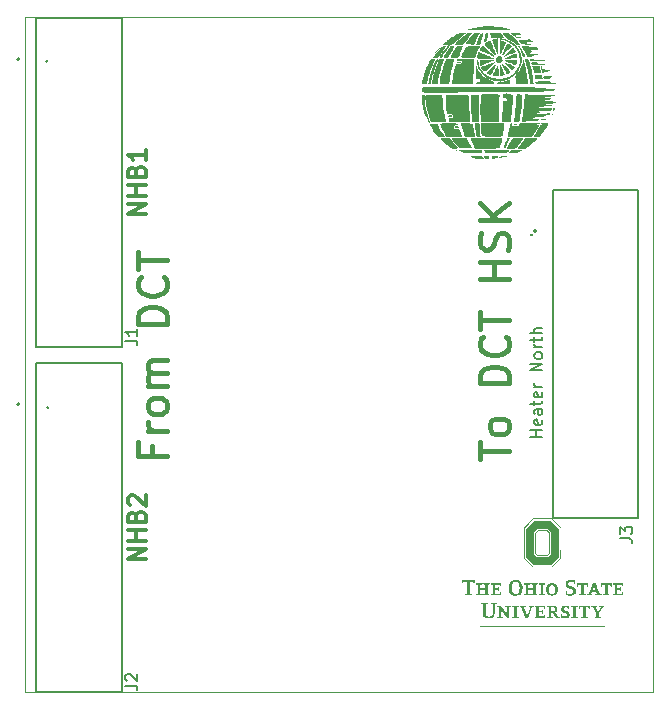
<source format=gbr>
%TF.GenerationSoftware,KiCad,Pcbnew,7.0.7*%
%TF.CreationDate,2023-09-12T23:19:34-05:00*%
%TF.ProjectId,Heater_North_DCT_HSK,48656174-6572-45f4-9e6f-7274685f4443,rev?*%
%TF.SameCoordinates,Original*%
%TF.FileFunction,Legend,Top*%
%TF.FilePolarity,Positive*%
%FSLAX46Y46*%
G04 Gerber Fmt 4.6, Leading zero omitted, Abs format (unit mm)*
G04 Created by KiCad (PCBNEW 7.0.7) date 2023-09-12 23:19:34*
%MOMM*%
%LPD*%
G01*
G04 APERTURE LIST*
%ADD10C,0.254000*%
%ADD11C,0.400000*%
%ADD12C,0.150000*%
%ADD13C,0.300000*%
%ADD14C,0.127000*%
%ADD15C,0.200000*%
%TA.AperFunction,Profile*%
%ADD16C,0.100000*%
%TD*%
G04 APERTURE END LIST*
D10*
X92590001Y-80030000D02*
G75*
G03*
X92590001Y-80030000I-1J0D01*
G01*
X92500001Y-50700000D02*
G75*
G03*
X92500001Y-50700000I-1J0D01*
G01*
X133560001Y-65400000D02*
G75*
G03*
X133560001Y-65400000I-1J0D01*
G01*
D11*
X129173247Y-84396366D02*
X129173247Y-82967795D01*
X131673247Y-83682081D02*
X129173247Y-83682081D01*
X131673247Y-81777319D02*
X131554200Y-82015414D01*
X131554200Y-82015414D02*
X131435152Y-82134461D01*
X131435152Y-82134461D02*
X131197057Y-82253509D01*
X131197057Y-82253509D02*
X130482771Y-82253509D01*
X130482771Y-82253509D02*
X130244676Y-82134461D01*
X130244676Y-82134461D02*
X130125628Y-82015414D01*
X130125628Y-82015414D02*
X130006580Y-81777319D01*
X130006580Y-81777319D02*
X130006580Y-81420176D01*
X130006580Y-81420176D02*
X130125628Y-81182080D01*
X130125628Y-81182080D02*
X130244676Y-81063033D01*
X130244676Y-81063033D02*
X130482771Y-80943985D01*
X130482771Y-80943985D02*
X131197057Y-80943985D01*
X131197057Y-80943985D02*
X131435152Y-81063033D01*
X131435152Y-81063033D02*
X131554200Y-81182080D01*
X131554200Y-81182080D02*
X131673247Y-81420176D01*
X131673247Y-81420176D02*
X131673247Y-81777319D01*
X131673247Y-77967794D02*
X129173247Y-77967794D01*
X129173247Y-77967794D02*
X129173247Y-77372556D01*
X129173247Y-77372556D02*
X129292295Y-77015413D01*
X129292295Y-77015413D02*
X129530390Y-76777318D01*
X129530390Y-76777318D02*
X129768485Y-76658271D01*
X129768485Y-76658271D02*
X130244676Y-76539223D01*
X130244676Y-76539223D02*
X130601819Y-76539223D01*
X130601819Y-76539223D02*
X131078009Y-76658271D01*
X131078009Y-76658271D02*
X131316104Y-76777318D01*
X131316104Y-76777318D02*
X131554200Y-77015413D01*
X131554200Y-77015413D02*
X131673247Y-77372556D01*
X131673247Y-77372556D02*
X131673247Y-77967794D01*
X131435152Y-74039223D02*
X131554200Y-74158271D01*
X131554200Y-74158271D02*
X131673247Y-74515413D01*
X131673247Y-74515413D02*
X131673247Y-74753509D01*
X131673247Y-74753509D02*
X131554200Y-75110652D01*
X131554200Y-75110652D02*
X131316104Y-75348747D01*
X131316104Y-75348747D02*
X131078009Y-75467794D01*
X131078009Y-75467794D02*
X130601819Y-75586842D01*
X130601819Y-75586842D02*
X130244676Y-75586842D01*
X130244676Y-75586842D02*
X129768485Y-75467794D01*
X129768485Y-75467794D02*
X129530390Y-75348747D01*
X129530390Y-75348747D02*
X129292295Y-75110652D01*
X129292295Y-75110652D02*
X129173247Y-74753509D01*
X129173247Y-74753509D02*
X129173247Y-74515413D01*
X129173247Y-74515413D02*
X129292295Y-74158271D01*
X129292295Y-74158271D02*
X129411342Y-74039223D01*
X129173247Y-73324937D02*
X129173247Y-71896366D01*
X131673247Y-72610652D02*
X129173247Y-72610652D01*
X131673247Y-69158270D02*
X129173247Y-69158270D01*
X130363723Y-69158270D02*
X130363723Y-67729699D01*
X131673247Y-67729699D02*
X129173247Y-67729699D01*
X131554200Y-66658270D02*
X131673247Y-66301127D01*
X131673247Y-66301127D02*
X131673247Y-65705889D01*
X131673247Y-65705889D02*
X131554200Y-65467794D01*
X131554200Y-65467794D02*
X131435152Y-65348746D01*
X131435152Y-65348746D02*
X131197057Y-65229699D01*
X131197057Y-65229699D02*
X130958961Y-65229699D01*
X130958961Y-65229699D02*
X130720866Y-65348746D01*
X130720866Y-65348746D02*
X130601819Y-65467794D01*
X130601819Y-65467794D02*
X130482771Y-65705889D01*
X130482771Y-65705889D02*
X130363723Y-66182080D01*
X130363723Y-66182080D02*
X130244676Y-66420175D01*
X130244676Y-66420175D02*
X130125628Y-66539222D01*
X130125628Y-66539222D02*
X129887533Y-66658270D01*
X129887533Y-66658270D02*
X129649438Y-66658270D01*
X129649438Y-66658270D02*
X129411342Y-66539222D01*
X129411342Y-66539222D02*
X129292295Y-66420175D01*
X129292295Y-66420175D02*
X129173247Y-66182080D01*
X129173247Y-66182080D02*
X129173247Y-65586841D01*
X129173247Y-65586841D02*
X129292295Y-65229699D01*
X131673247Y-64158270D02*
X129173247Y-64158270D01*
X131673247Y-62729699D02*
X130244676Y-63801128D01*
X129173247Y-62729699D02*
X130601819Y-64158270D01*
X101411523Y-83270890D02*
X101411523Y-84104223D01*
X102721047Y-84104223D02*
X100221047Y-84104223D01*
X100221047Y-84104223D02*
X100221047Y-82913747D01*
X102721047Y-81961366D02*
X101054380Y-81961366D01*
X101530571Y-81961366D02*
X101292476Y-81842319D01*
X101292476Y-81842319D02*
X101173428Y-81723271D01*
X101173428Y-81723271D02*
X101054380Y-81485176D01*
X101054380Y-81485176D02*
X101054380Y-81247081D01*
X102721047Y-80056605D02*
X102602000Y-80294700D01*
X102602000Y-80294700D02*
X102482952Y-80413747D01*
X102482952Y-80413747D02*
X102244857Y-80532795D01*
X102244857Y-80532795D02*
X101530571Y-80532795D01*
X101530571Y-80532795D02*
X101292476Y-80413747D01*
X101292476Y-80413747D02*
X101173428Y-80294700D01*
X101173428Y-80294700D02*
X101054380Y-80056605D01*
X101054380Y-80056605D02*
X101054380Y-79699462D01*
X101054380Y-79699462D02*
X101173428Y-79461366D01*
X101173428Y-79461366D02*
X101292476Y-79342319D01*
X101292476Y-79342319D02*
X101530571Y-79223271D01*
X101530571Y-79223271D02*
X102244857Y-79223271D01*
X102244857Y-79223271D02*
X102482952Y-79342319D01*
X102482952Y-79342319D02*
X102602000Y-79461366D01*
X102602000Y-79461366D02*
X102721047Y-79699462D01*
X102721047Y-79699462D02*
X102721047Y-80056605D01*
X102721047Y-78151842D02*
X101054380Y-78151842D01*
X101292476Y-78151842D02*
X101173428Y-78032795D01*
X101173428Y-78032795D02*
X101054380Y-77794700D01*
X101054380Y-77794700D02*
X101054380Y-77437557D01*
X101054380Y-77437557D02*
X101173428Y-77199461D01*
X101173428Y-77199461D02*
X101411523Y-77080414D01*
X101411523Y-77080414D02*
X102721047Y-77080414D01*
X101411523Y-77080414D02*
X101173428Y-76961366D01*
X101173428Y-76961366D02*
X101054380Y-76723271D01*
X101054380Y-76723271D02*
X101054380Y-76366128D01*
X101054380Y-76366128D02*
X101173428Y-76128033D01*
X101173428Y-76128033D02*
X101411523Y-76008985D01*
X101411523Y-76008985D02*
X102721047Y-76008985D01*
X102721047Y-72913747D02*
X100221047Y-72913747D01*
X100221047Y-72913747D02*
X100221047Y-72318509D01*
X100221047Y-72318509D02*
X100340095Y-71961366D01*
X100340095Y-71961366D02*
X100578190Y-71723271D01*
X100578190Y-71723271D02*
X100816285Y-71604224D01*
X100816285Y-71604224D02*
X101292476Y-71485176D01*
X101292476Y-71485176D02*
X101649619Y-71485176D01*
X101649619Y-71485176D02*
X102125809Y-71604224D01*
X102125809Y-71604224D02*
X102363904Y-71723271D01*
X102363904Y-71723271D02*
X102602000Y-71961366D01*
X102602000Y-71961366D02*
X102721047Y-72318509D01*
X102721047Y-72318509D02*
X102721047Y-72913747D01*
X102482952Y-68985176D02*
X102602000Y-69104224D01*
X102602000Y-69104224D02*
X102721047Y-69461366D01*
X102721047Y-69461366D02*
X102721047Y-69699462D01*
X102721047Y-69699462D02*
X102602000Y-70056605D01*
X102602000Y-70056605D02*
X102363904Y-70294700D01*
X102363904Y-70294700D02*
X102125809Y-70413747D01*
X102125809Y-70413747D02*
X101649619Y-70532795D01*
X101649619Y-70532795D02*
X101292476Y-70532795D01*
X101292476Y-70532795D02*
X100816285Y-70413747D01*
X100816285Y-70413747D02*
X100578190Y-70294700D01*
X100578190Y-70294700D02*
X100340095Y-70056605D01*
X100340095Y-70056605D02*
X100221047Y-69699462D01*
X100221047Y-69699462D02*
X100221047Y-69461366D01*
X100221047Y-69461366D02*
X100340095Y-69104224D01*
X100340095Y-69104224D02*
X100459142Y-68985176D01*
X100221047Y-68270890D02*
X100221047Y-66842319D01*
X102721047Y-67556605D02*
X100221047Y-67556605D01*
D12*
X99175219Y-103558933D02*
X99889504Y-103558933D01*
X99889504Y-103558933D02*
X100032361Y-103606552D01*
X100032361Y-103606552D02*
X100127600Y-103701790D01*
X100127600Y-103701790D02*
X100175219Y-103844647D01*
X100175219Y-103844647D02*
X100175219Y-103939885D01*
X99270457Y-103130361D02*
X99222838Y-103082742D01*
X99222838Y-103082742D02*
X99175219Y-102987504D01*
X99175219Y-102987504D02*
X99175219Y-102749409D01*
X99175219Y-102749409D02*
X99222838Y-102654171D01*
X99222838Y-102654171D02*
X99270457Y-102606552D01*
X99270457Y-102606552D02*
X99365695Y-102558933D01*
X99365695Y-102558933D02*
X99460933Y-102558933D01*
X99460933Y-102558933D02*
X99603790Y-102606552D01*
X99603790Y-102606552D02*
X100175219Y-103177980D01*
X100175219Y-103177980D02*
X100175219Y-102558933D01*
D13*
X100881328Y-92848572D02*
X99381328Y-92848572D01*
X99381328Y-92848572D02*
X100881328Y-91991429D01*
X100881328Y-91991429D02*
X99381328Y-91991429D01*
X100881328Y-91277143D02*
X99381328Y-91277143D01*
X100095614Y-91277143D02*
X100095614Y-90420000D01*
X100881328Y-90420000D02*
X99381328Y-90420000D01*
X100095614Y-89205714D02*
X100167042Y-88991428D01*
X100167042Y-88991428D02*
X100238471Y-88919999D01*
X100238471Y-88919999D02*
X100381328Y-88848571D01*
X100381328Y-88848571D02*
X100595614Y-88848571D01*
X100595614Y-88848571D02*
X100738471Y-88919999D01*
X100738471Y-88919999D02*
X100809900Y-88991428D01*
X100809900Y-88991428D02*
X100881328Y-89134285D01*
X100881328Y-89134285D02*
X100881328Y-89705714D01*
X100881328Y-89705714D02*
X99381328Y-89705714D01*
X99381328Y-89705714D02*
X99381328Y-89205714D01*
X99381328Y-89205714D02*
X99452757Y-89062857D01*
X99452757Y-89062857D02*
X99524185Y-88991428D01*
X99524185Y-88991428D02*
X99667042Y-88919999D01*
X99667042Y-88919999D02*
X99809900Y-88919999D01*
X99809900Y-88919999D02*
X99952757Y-88991428D01*
X99952757Y-88991428D02*
X100024185Y-89062857D01*
X100024185Y-89062857D02*
X100095614Y-89205714D01*
X100095614Y-89205714D02*
X100095614Y-89705714D01*
X99524185Y-88277142D02*
X99452757Y-88205714D01*
X99452757Y-88205714D02*
X99381328Y-88062857D01*
X99381328Y-88062857D02*
X99381328Y-87705714D01*
X99381328Y-87705714D02*
X99452757Y-87562857D01*
X99452757Y-87562857D02*
X99524185Y-87491428D01*
X99524185Y-87491428D02*
X99667042Y-87419999D01*
X99667042Y-87419999D02*
X99809900Y-87419999D01*
X99809900Y-87419999D02*
X100024185Y-87491428D01*
X100024185Y-87491428D02*
X100881328Y-88348571D01*
X100881328Y-88348571D02*
X100881328Y-87419999D01*
D12*
X141081179Y-91098733D02*
X141795464Y-91098733D01*
X141795464Y-91098733D02*
X141938321Y-91146352D01*
X141938321Y-91146352D02*
X142033560Y-91241590D01*
X142033560Y-91241590D02*
X142081179Y-91384447D01*
X142081179Y-91384447D02*
X142081179Y-91479685D01*
X141081179Y-90717780D02*
X141081179Y-90098733D01*
X141081179Y-90098733D02*
X141462131Y-90432066D01*
X141462131Y-90432066D02*
X141462131Y-90289209D01*
X141462131Y-90289209D02*
X141509750Y-90193971D01*
X141509750Y-90193971D02*
X141557369Y-90146352D01*
X141557369Y-90146352D02*
X141652607Y-90098733D01*
X141652607Y-90098733D02*
X141890702Y-90098733D01*
X141890702Y-90098733D02*
X141985940Y-90146352D01*
X141985940Y-90146352D02*
X142033560Y-90193971D01*
X142033560Y-90193971D02*
X142081179Y-90289209D01*
X142081179Y-90289209D02*
X142081179Y-90574923D01*
X142081179Y-90574923D02*
X142033560Y-90670161D01*
X142033560Y-90670161D02*
X141985940Y-90717780D01*
X134461179Y-82495238D02*
X133461179Y-82495238D01*
X133937369Y-82495238D02*
X133937369Y-81923810D01*
X134461179Y-81923810D02*
X133461179Y-81923810D01*
X134413560Y-81066667D02*
X134461179Y-81161905D01*
X134461179Y-81161905D02*
X134461179Y-81352381D01*
X134461179Y-81352381D02*
X134413560Y-81447619D01*
X134413560Y-81447619D02*
X134318321Y-81495238D01*
X134318321Y-81495238D02*
X133937369Y-81495238D01*
X133937369Y-81495238D02*
X133842131Y-81447619D01*
X133842131Y-81447619D02*
X133794512Y-81352381D01*
X133794512Y-81352381D02*
X133794512Y-81161905D01*
X133794512Y-81161905D02*
X133842131Y-81066667D01*
X133842131Y-81066667D02*
X133937369Y-81019048D01*
X133937369Y-81019048D02*
X134032607Y-81019048D01*
X134032607Y-81019048D02*
X134127845Y-81495238D01*
X134461179Y-80161905D02*
X133937369Y-80161905D01*
X133937369Y-80161905D02*
X133842131Y-80209524D01*
X133842131Y-80209524D02*
X133794512Y-80304762D01*
X133794512Y-80304762D02*
X133794512Y-80495238D01*
X133794512Y-80495238D02*
X133842131Y-80590476D01*
X134413560Y-80161905D02*
X134461179Y-80257143D01*
X134461179Y-80257143D02*
X134461179Y-80495238D01*
X134461179Y-80495238D02*
X134413560Y-80590476D01*
X134413560Y-80590476D02*
X134318321Y-80638095D01*
X134318321Y-80638095D02*
X134223083Y-80638095D01*
X134223083Y-80638095D02*
X134127845Y-80590476D01*
X134127845Y-80590476D02*
X134080226Y-80495238D01*
X134080226Y-80495238D02*
X134080226Y-80257143D01*
X134080226Y-80257143D02*
X134032607Y-80161905D01*
X133794512Y-79828571D02*
X133794512Y-79447619D01*
X133461179Y-79685714D02*
X134318321Y-79685714D01*
X134318321Y-79685714D02*
X134413560Y-79638095D01*
X134413560Y-79638095D02*
X134461179Y-79542857D01*
X134461179Y-79542857D02*
X134461179Y-79447619D01*
X134413560Y-78733333D02*
X134461179Y-78828571D01*
X134461179Y-78828571D02*
X134461179Y-79019047D01*
X134461179Y-79019047D02*
X134413560Y-79114285D01*
X134413560Y-79114285D02*
X134318321Y-79161904D01*
X134318321Y-79161904D02*
X133937369Y-79161904D01*
X133937369Y-79161904D02*
X133842131Y-79114285D01*
X133842131Y-79114285D02*
X133794512Y-79019047D01*
X133794512Y-79019047D02*
X133794512Y-78828571D01*
X133794512Y-78828571D02*
X133842131Y-78733333D01*
X133842131Y-78733333D02*
X133937369Y-78685714D01*
X133937369Y-78685714D02*
X134032607Y-78685714D01*
X134032607Y-78685714D02*
X134127845Y-79161904D01*
X134461179Y-78257142D02*
X133794512Y-78257142D01*
X133984988Y-78257142D02*
X133889750Y-78209523D01*
X133889750Y-78209523D02*
X133842131Y-78161904D01*
X133842131Y-78161904D02*
X133794512Y-78066666D01*
X133794512Y-78066666D02*
X133794512Y-77971428D01*
X134461179Y-76876189D02*
X133461179Y-76876189D01*
X133461179Y-76876189D02*
X134461179Y-76304761D01*
X134461179Y-76304761D02*
X133461179Y-76304761D01*
X134461179Y-75685713D02*
X134413560Y-75780951D01*
X134413560Y-75780951D02*
X134365940Y-75828570D01*
X134365940Y-75828570D02*
X134270702Y-75876189D01*
X134270702Y-75876189D02*
X133984988Y-75876189D01*
X133984988Y-75876189D02*
X133889750Y-75828570D01*
X133889750Y-75828570D02*
X133842131Y-75780951D01*
X133842131Y-75780951D02*
X133794512Y-75685713D01*
X133794512Y-75685713D02*
X133794512Y-75542856D01*
X133794512Y-75542856D02*
X133842131Y-75447618D01*
X133842131Y-75447618D02*
X133889750Y-75399999D01*
X133889750Y-75399999D02*
X133984988Y-75352380D01*
X133984988Y-75352380D02*
X134270702Y-75352380D01*
X134270702Y-75352380D02*
X134365940Y-75399999D01*
X134365940Y-75399999D02*
X134413560Y-75447618D01*
X134413560Y-75447618D02*
X134461179Y-75542856D01*
X134461179Y-75542856D02*
X134461179Y-75685713D01*
X134461179Y-74923808D02*
X133794512Y-74923808D01*
X133984988Y-74923808D02*
X133889750Y-74876189D01*
X133889750Y-74876189D02*
X133842131Y-74828570D01*
X133842131Y-74828570D02*
X133794512Y-74733332D01*
X133794512Y-74733332D02*
X133794512Y-74638094D01*
X133794512Y-74447617D02*
X133794512Y-74066665D01*
X133461179Y-74304760D02*
X134318321Y-74304760D01*
X134318321Y-74304760D02*
X134413560Y-74257141D01*
X134413560Y-74257141D02*
X134461179Y-74161903D01*
X134461179Y-74161903D02*
X134461179Y-74066665D01*
X134461179Y-73733331D02*
X133461179Y-73733331D01*
X134461179Y-73304760D02*
X133937369Y-73304760D01*
X133937369Y-73304760D02*
X133842131Y-73352379D01*
X133842131Y-73352379D02*
X133794512Y-73447617D01*
X133794512Y-73447617D02*
X133794512Y-73590474D01*
X133794512Y-73590474D02*
X133842131Y-73685712D01*
X133842131Y-73685712D02*
X133889750Y-73733331D01*
X99175219Y-74348933D02*
X99889504Y-74348933D01*
X99889504Y-74348933D02*
X100032361Y-74396552D01*
X100032361Y-74396552D02*
X100127600Y-74491790D01*
X100127600Y-74491790D02*
X100175219Y-74634647D01*
X100175219Y-74634647D02*
X100175219Y-74729885D01*
X100175219Y-73348933D02*
X100175219Y-73920361D01*
X100175219Y-73634647D02*
X99175219Y-73634647D01*
X99175219Y-73634647D02*
X99318076Y-73729885D01*
X99318076Y-73729885D02*
X99413314Y-73825123D01*
X99413314Y-73825123D02*
X99460933Y-73920361D01*
D13*
X100898328Y-63638572D02*
X99398328Y-63638572D01*
X99398328Y-63638572D02*
X100898328Y-62781429D01*
X100898328Y-62781429D02*
X99398328Y-62781429D01*
X100898328Y-62067143D02*
X99398328Y-62067143D01*
X100112614Y-62067143D02*
X100112614Y-61210000D01*
X100898328Y-61210000D02*
X99398328Y-61210000D01*
X100112614Y-59995714D02*
X100184042Y-59781428D01*
X100184042Y-59781428D02*
X100255471Y-59709999D01*
X100255471Y-59709999D02*
X100398328Y-59638571D01*
X100398328Y-59638571D02*
X100612614Y-59638571D01*
X100612614Y-59638571D02*
X100755471Y-59709999D01*
X100755471Y-59709999D02*
X100826900Y-59781428D01*
X100826900Y-59781428D02*
X100898328Y-59924285D01*
X100898328Y-59924285D02*
X100898328Y-60495714D01*
X100898328Y-60495714D02*
X99398328Y-60495714D01*
X99398328Y-60495714D02*
X99398328Y-59995714D01*
X99398328Y-59995714D02*
X99469757Y-59852857D01*
X99469757Y-59852857D02*
X99541185Y-59781428D01*
X99541185Y-59781428D02*
X99684042Y-59709999D01*
X99684042Y-59709999D02*
X99826900Y-59709999D01*
X99826900Y-59709999D02*
X99969757Y-59781428D01*
X99969757Y-59781428D02*
X100041185Y-59852857D01*
X100041185Y-59852857D02*
X100112614Y-59995714D01*
X100112614Y-59995714D02*
X100112614Y-60495714D01*
X100898328Y-58209999D02*
X100898328Y-59067142D01*
X100898328Y-58638571D02*
X99398328Y-58638571D01*
X99398328Y-58638571D02*
X99612614Y-58781428D01*
X99612614Y-58781428D02*
X99755471Y-58924285D01*
X99755471Y-58924285D02*
X99826900Y-59067142D01*
%TO.C,G\u002A\u002A\u002A*%
G36*
X125390488Y-50057031D02*
G01*
X125374593Y-50072926D01*
X125358698Y-50057031D01*
X125374593Y-50041136D01*
X125390488Y-50057031D01*
G37*
G36*
X135702421Y-54470792D02*
G01*
X135722153Y-54491700D01*
X135694948Y-54515597D01*
X135642678Y-54523489D01*
X135582936Y-54512607D01*
X135563204Y-54491700D01*
X135590409Y-54467803D01*
X135642678Y-54459910D01*
X135702421Y-54470792D01*
G37*
G36*
X135157897Y-54978345D02*
G01*
X135197622Y-55000335D01*
X135184192Y-55021967D01*
X135119428Y-55031891D01*
X135104129Y-55032125D01*
X135029845Y-55024264D01*
X134992157Y-55004893D01*
X134990989Y-55000335D01*
X135018569Y-54977844D01*
X135084482Y-54968546D01*
X135157897Y-54978345D01*
G37*
G36*
X135393986Y-55106628D02*
G01*
X135398437Y-55145958D01*
X135389121Y-55188678D01*
X135353635Y-55235516D01*
X135301669Y-55253962D01*
X135257903Y-55240685D01*
X135245307Y-55208087D01*
X135267665Y-55164304D01*
X135317756Y-55122882D01*
X135370099Y-55101208D01*
X135393986Y-55106628D01*
G37*
G36*
X135553295Y-53852496D02*
G01*
X135587046Y-53879747D01*
X135571245Y-53908574D01*
X135496834Y-53919359D01*
X135483730Y-53919484D01*
X135402060Y-53910822D01*
X135379286Y-53884229D01*
X135380413Y-53879747D01*
X135418332Y-53850893D01*
X135483730Y-53840010D01*
X135553295Y-53852496D01*
G37*
G36*
X135529505Y-54681214D02*
G01*
X135519458Y-54750166D01*
X135491771Y-54847539D01*
X135456473Y-54887378D01*
X135409391Y-54876351D01*
X135381465Y-54827536D01*
X135377867Y-54758463D01*
X135401321Y-54685971D01*
X135458655Y-54656687D01*
X135464422Y-54655791D01*
X135514645Y-54654309D01*
X135529505Y-54681214D01*
G37*
G36*
X127172235Y-58196683D02*
G01*
X127240126Y-58240161D01*
X127266083Y-58258784D01*
X127323180Y-58309598D01*
X127328899Y-58334401D01*
X127290951Y-58330648D01*
X127217045Y-58295798D01*
X127194556Y-58282364D01*
X127129802Y-58232943D01*
X127106477Y-58195080D01*
X127130911Y-58179330D01*
X127132748Y-58179309D01*
X127172235Y-58196683D01*
G37*
G36*
X127353600Y-56200369D02*
G01*
X127395857Y-56245022D01*
X127415764Y-56302189D01*
X127411837Y-56327505D01*
X127364273Y-56344260D01*
X127280749Y-56352324D01*
X127188510Y-56349910D01*
X127150112Y-56344687D01*
X127091032Y-56315310D01*
X127063400Y-56268470D01*
X127072057Y-56225092D01*
X127118057Y-56206155D01*
X127203702Y-56200174D01*
X127274070Y-56192425D01*
X127353600Y-56200369D01*
G37*
G36*
X127506939Y-50743660D02*
G01*
X127572931Y-50763428D01*
X127587832Y-50777445D01*
X127609876Y-50823155D01*
X127598186Y-50850334D01*
X127543493Y-50863604D01*
X127436529Y-50867582D01*
X127406805Y-50867670D01*
X127294356Y-50865597D01*
X127232600Y-50856986D01*
X127208719Y-50838250D01*
X127208529Y-50812173D01*
X127244012Y-50776962D01*
X127320337Y-50752455D01*
X127415361Y-50740679D01*
X127506939Y-50743660D01*
G37*
G36*
X132343049Y-56013872D02*
G01*
X132415587Y-56021707D01*
X132438538Y-56029528D01*
X132425610Y-56043174D01*
X132367269Y-56049364D01*
X132361713Y-56049397D01*
X132253875Y-56056197D01*
X132169531Y-56068494D01*
X132092071Y-56071958D01*
X132052417Y-56052599D01*
X132040488Y-56032082D01*
X132045061Y-56020398D01*
X132078765Y-56014829D01*
X132154227Y-56012652D01*
X132242501Y-56011646D01*
X132343049Y-56013872D01*
G37*
G36*
X126818993Y-55305186D02*
G01*
X126821026Y-55345278D01*
X126816068Y-55397290D01*
X126790148Y-55423852D01*
X126726694Y-55434978D01*
X126667158Y-55438260D01*
X126573072Y-55438182D01*
X126507524Y-55430432D01*
X126492314Y-55423980D01*
X126474300Y-55377446D01*
X126471339Y-55344724D01*
X126492132Y-55298957D01*
X126558761Y-55284253D01*
X126662244Y-55278001D01*
X126733604Y-55270527D01*
X126796778Y-55270370D01*
X126818993Y-55305186D01*
G37*
G36*
X130723088Y-58743140D02*
G01*
X130741437Y-58768280D01*
X130707092Y-58811408D01*
X130648032Y-58858065D01*
X130565799Y-58896365D01*
X130448217Y-58925164D01*
X130384094Y-58933561D01*
X130200585Y-58950201D01*
X130215165Y-58850862D01*
X130230951Y-58780800D01*
X130249168Y-58747442D01*
X130249979Y-58747194D01*
X130289363Y-58744054D01*
X130375214Y-58739678D01*
X130490452Y-58734916D01*
X130514538Y-58734028D01*
X130648603Y-58732790D01*
X130723088Y-58743140D01*
G37*
G36*
X130961412Y-50280455D02*
G01*
X131042800Y-50331701D01*
X131088161Y-50427732D01*
X131100263Y-50491782D01*
X131107048Y-50591041D01*
X131088260Y-50659959D01*
X131044631Y-50719827D01*
X130945535Y-50794504D01*
X130857033Y-50824137D01*
X130774523Y-50828055D01*
X130707610Y-50800863D01*
X130642453Y-50746730D01*
X130561665Y-50636778D01*
X130536452Y-50521623D01*
X130561681Y-50414251D01*
X130632218Y-50327645D01*
X130742930Y-50274790D01*
X130833036Y-50264676D01*
X130961412Y-50280455D01*
G37*
G36*
X134478579Y-51994388D02*
G01*
X134500094Y-52086724D01*
X134512738Y-52154316D01*
X134514143Y-52169231D01*
X134483299Y-52186118D01*
X134394156Y-52197414D01*
X134251789Y-52202570D01*
X134202839Y-52202839D01*
X133891535Y-52202839D01*
X133853152Y-52059329D01*
X133830167Y-51967111D01*
X133816458Y-51899982D01*
X133814768Y-51884485D01*
X133844817Y-51870160D01*
X133928121Y-51859621D01*
X134054415Y-51853892D01*
X134128892Y-51853152D01*
X134443015Y-51853152D01*
X134478579Y-51994388D01*
G37*
G36*
X125853316Y-49489185D02*
G01*
X125814382Y-49539533D01*
X125799419Y-49556343D01*
X125729521Y-49632751D01*
X125643227Y-49726878D01*
X125602786Y-49770924D01*
X125533252Y-49853005D01*
X125482683Y-49924418D01*
X125467873Y-49953715D01*
X125440159Y-49995918D01*
X125406483Y-50011479D01*
X125390488Y-49990079D01*
X125411054Y-49947123D01*
X125465227Y-49872974D01*
X125541720Y-49780194D01*
X125629246Y-49681345D01*
X125716518Y-49588990D01*
X125792250Y-49515693D01*
X125845152Y-49474016D01*
X125858725Y-49468921D01*
X125853316Y-49489185D01*
G37*
G36*
X131505459Y-58711308D02*
G01*
X131512420Y-58735929D01*
X131473628Y-58761406D01*
X131406226Y-58779278D01*
X131360562Y-58782827D01*
X131282236Y-58791120D01*
X131171771Y-58811946D01*
X131091618Y-58830999D01*
X130977947Y-58857264D01*
X130878389Y-58874583D01*
X130831462Y-58878683D01*
X130754379Y-58878683D01*
X130835208Y-58815104D01*
X130933617Y-58766926D01*
X131038181Y-58749629D01*
X131146529Y-58742900D01*
X131273936Y-58728235D01*
X131319274Y-58721334D01*
X131415751Y-58709144D01*
X131485958Y-58707265D01*
X131505459Y-58711308D01*
G37*
G36*
X130729866Y-50995448D02*
G01*
X130739831Y-51042727D01*
X130750126Y-51140963D01*
X130759763Y-51277545D01*
X130767753Y-51439864D01*
X130770338Y-51511412D01*
X130785485Y-51980310D01*
X130639113Y-51977443D01*
X130522693Y-51968814D01*
X130413494Y-51950870D01*
X130389424Y-51944745D01*
X130319897Y-51918459D01*
X130291980Y-51881978D01*
X130301967Y-51819550D01*
X130339095Y-51730797D01*
X130450200Y-51489181D01*
X130538683Y-51301162D01*
X130607088Y-51161952D01*
X130657960Y-51066761D01*
X130693844Y-51010802D01*
X130717285Y-50989285D01*
X130729866Y-50995448D01*
G37*
G36*
X134301833Y-51320673D02*
G01*
X134341969Y-51481945D01*
X134363525Y-51591316D01*
X134360739Y-51659159D01*
X134327851Y-51695846D01*
X134259098Y-51711751D01*
X134148720Y-51717245D01*
X134080480Y-51719192D01*
X133789871Y-51728287D01*
X133735612Y-51480769D01*
X133706598Y-51360388D01*
X133678456Y-51263753D01*
X133656360Y-51208186D01*
X133652691Y-51203051D01*
X133625304Y-51145030D01*
X133624030Y-51131524D01*
X133641014Y-51111320D01*
X133697558Y-51098451D01*
X133802054Y-51091799D01*
X133934221Y-51090198D01*
X134244413Y-51090198D01*
X134301833Y-51320673D01*
G37*
G36*
X130281903Y-50585861D02*
G01*
X130366581Y-50594040D01*
X130392180Y-50602862D01*
X130374714Y-50623623D01*
X130304892Y-50660832D01*
X130190745Y-50711048D01*
X130040306Y-50770829D01*
X129861606Y-50836731D01*
X129777472Y-50866304D01*
X129640854Y-50915174D01*
X129494835Y-50969660D01*
X129435002Y-50992792D01*
X129267375Y-51058704D01*
X129232720Y-50971134D01*
X129205759Y-50880300D01*
X129184502Y-50770780D01*
X129182202Y-50753519D01*
X129166339Y-50623474D01*
X129527537Y-50602662D01*
X129762377Y-50591031D01*
X129971750Y-50584355D01*
X130147609Y-50582632D01*
X130281903Y-50585861D01*
G37*
G36*
X130568231Y-50954002D02*
G01*
X130551846Y-51012664D01*
X130510417Y-51105899D01*
X130506474Y-51114040D01*
X130451085Y-51228811D01*
X130381079Y-51375110D01*
X130308889Y-51526925D01*
X130286144Y-51574991D01*
X130209472Y-51725878D01*
X130149718Y-51817674D01*
X130105656Y-51852224D01*
X130101201Y-51852609D01*
X130045574Y-51836868D01*
X129958494Y-51796856D01*
X129889055Y-51758696D01*
X129730425Y-51665324D01*
X129987790Y-51417498D01*
X130178982Y-51235185D01*
X130328753Y-51097026D01*
X130439835Y-51001425D01*
X130514955Y-50946786D01*
X130556844Y-50931510D01*
X130568231Y-50954002D01*
G37*
G36*
X129974378Y-58729173D02*
G01*
X130022975Y-58761518D01*
X130031790Y-58780414D01*
X130008708Y-58824704D01*
X130001388Y-58830141D01*
X129984070Y-58871496D01*
X129988895Y-58895596D01*
X129987585Y-58922156D01*
X129950033Y-58936308D01*
X129864721Y-58941178D01*
X129820610Y-58941264D01*
X129709705Y-58936820D01*
X129641818Y-58920634D01*
X129596601Y-58886185D01*
X129578786Y-58863757D01*
X129531415Y-58785769D01*
X129533106Y-58740997D01*
X129588413Y-58722841D01*
X129675839Y-58723125D01*
X129771892Y-58724430D01*
X129841547Y-58718508D01*
X129858630Y-58713319D01*
X129909499Y-58709195D01*
X129974378Y-58729173D01*
G37*
G36*
X130940424Y-50997561D02*
G01*
X130968229Y-51046396D01*
X131012713Y-51138099D01*
X131068010Y-51259074D01*
X131128252Y-51395727D01*
X131187573Y-51534461D01*
X131240106Y-51661682D01*
X131279983Y-51763794D01*
X131301338Y-51827201D01*
X131303379Y-51838623D01*
X131295764Y-51861704D01*
X131265314Y-51880599D01*
X131200624Y-51899062D01*
X131090289Y-51920847D01*
X131011747Y-51934622D01*
X130894959Y-51954687D01*
X130884588Y-51689339D01*
X130880433Y-51503633D01*
X130882360Y-51333549D01*
X130889628Y-51188276D01*
X130901494Y-51077005D01*
X130917217Y-51008926D01*
X130936055Y-50993229D01*
X130940424Y-50997561D01*
G37*
G36*
X131036254Y-48409149D02*
G01*
X131117675Y-48523075D01*
X131177055Y-48618686D01*
X131206313Y-48682610D01*
X131208010Y-48693376D01*
X131179014Y-48700535D01*
X131102473Y-48700921D01*
X130994058Y-48694551D01*
X130977534Y-48693148D01*
X130789359Y-48687950D01*
X130570028Y-48699447D01*
X130349043Y-48725282D01*
X130182791Y-48756560D01*
X130126144Y-48765120D01*
X130100726Y-48744757D01*
X130092997Y-48680147D01*
X130092210Y-48654041D01*
X130088675Y-48538279D01*
X130084451Y-48426757D01*
X130084263Y-48422460D01*
X130079474Y-48313796D01*
X130511723Y-48300485D01*
X130943972Y-48287173D01*
X131036254Y-48409149D01*
G37*
G36*
X135143106Y-51921181D02*
G01*
X135264768Y-51931579D01*
X135323670Y-51951461D01*
X135319872Y-51980848D01*
X135253431Y-52019764D01*
X135235737Y-52027401D01*
X135158737Y-52074226D01*
X135112192Y-52129654D01*
X135109266Y-52137999D01*
X135094103Y-52171273D01*
X135060810Y-52190781D01*
X134995244Y-52200094D01*
X134883264Y-52202782D01*
X134852405Y-52202839D01*
X134612500Y-52202839D01*
X134579973Y-52085035D01*
X134563310Y-51992287D01*
X134579067Y-51947755D01*
X134580568Y-51946762D01*
X134624353Y-51937871D01*
X134717091Y-51929724D01*
X134844155Y-51923346D01*
X134958628Y-51920244D01*
X135143106Y-51921181D01*
G37*
G36*
X132486959Y-58181187D02*
G01*
X132619785Y-58186340D01*
X132715533Y-58194047D01*
X132762729Y-58203585D01*
X132765707Y-58206791D01*
X132739000Y-58232054D01*
X132667721Y-58275861D01*
X132565134Y-58330346D01*
X132519337Y-58352871D01*
X132403006Y-58406745D01*
X132309029Y-58441979D01*
X132216526Y-58463178D01*
X132104622Y-58474947D01*
X131952437Y-58481892D01*
X131931227Y-58482595D01*
X131792498Y-58485670D01*
X131680848Y-58485402D01*
X131609239Y-58481999D01*
X131589487Y-58477078D01*
X131610961Y-58448550D01*
X131667080Y-58390284D01*
X131740420Y-58319872D01*
X131891353Y-58179309D01*
X132328530Y-58179309D01*
X132486959Y-58181187D01*
G37*
G36*
X131329039Y-50783469D02*
G01*
X131437329Y-50819701D01*
X131599292Y-50887714D01*
X131748436Y-50955015D01*
X131895318Y-51022480D01*
X132019281Y-51079542D01*
X132109248Y-51121094D01*
X132154143Y-51142030D01*
X132156295Y-51143072D01*
X132151836Y-51171405D01*
X132116965Y-51231232D01*
X132063692Y-51306693D01*
X132004032Y-51381927D01*
X131949995Y-51441074D01*
X131913595Y-51468274D01*
X131909790Y-51468544D01*
X131882029Y-51446240D01*
X131817461Y-51386765D01*
X131724264Y-51297879D01*
X131610619Y-51187338D01*
X131541802Y-51119567D01*
X131403534Y-50979521D01*
X131311670Y-50877046D01*
X131267664Y-50810984D01*
X131272969Y-50780178D01*
X131329039Y-50783469D01*
G37*
G36*
X132320984Y-50072869D02*
G01*
X132323576Y-50076571D01*
X132339656Y-50132183D01*
X132349972Y-50225654D01*
X132351954Y-50287507D01*
X132352441Y-50454403D01*
X132090175Y-50454594D01*
X131920389Y-50457567D01*
X131729235Y-50465171D01*
X131561313Y-50475534D01*
X131429398Y-50484088D01*
X131350245Y-50483950D01*
X131313514Y-50474192D01*
X131308864Y-50453883D01*
X131309189Y-50452868D01*
X131343228Y-50423321D01*
X131423409Y-50378405D01*
X131536361Y-50325122D01*
X131623470Y-50288326D01*
X131762072Y-50231724D01*
X131888515Y-50179015D01*
X131984547Y-50137856D01*
X132018648Y-50122515D01*
X132161587Y-50066165D01*
X132263625Y-50049426D01*
X132320984Y-50072869D01*
G37*
G36*
X128353056Y-48327960D02*
G01*
X128580353Y-48333697D01*
X128392116Y-48511912D01*
X128141930Y-48780835D01*
X127923580Y-49078932D01*
X127855463Y-49190761D01*
X127768677Y-49341762D01*
X127429958Y-49341275D01*
X127286469Y-49338758D01*
X127164857Y-49332337D01*
X127080327Y-49323068D01*
X127050555Y-49314972D01*
X127043210Y-49286761D01*
X127075960Y-49231531D01*
X127152578Y-49143638D01*
X127193609Y-49100878D01*
X127287866Y-49006311D01*
X127372590Y-48924845D01*
X127432357Y-48871227D01*
X127440926Y-48864404D01*
X127489905Y-48826373D01*
X127576441Y-48758312D01*
X127688372Y-48669819D01*
X127813533Y-48570488D01*
X127815133Y-48569216D01*
X128125760Y-48322224D01*
X128353056Y-48327960D01*
G37*
G36*
X129077728Y-54499647D02*
G01*
X129077634Y-54750154D01*
X129078113Y-54988255D01*
X129079102Y-55204221D01*
X129080538Y-55388325D01*
X129082357Y-55530836D01*
X129084498Y-55622027D01*
X129085099Y-55636130D01*
X129093992Y-55810974D01*
X128833518Y-55820178D01*
X128701517Y-55822961D01*
X128618878Y-55818369D01*
X128571587Y-55804090D01*
X128545629Y-55777818D01*
X128542450Y-55772216D01*
X128525316Y-55717162D01*
X128510244Y-55617962D01*
X128497046Y-55471387D01*
X128485533Y-55274207D01*
X128475518Y-55023192D01*
X128466813Y-54715112D01*
X128459229Y-54346738D01*
X128459122Y-54340698D01*
X128444951Y-53538008D01*
X128762101Y-53538008D01*
X129079251Y-53538008D01*
X129077728Y-54499647D01*
G37*
G36*
X129828719Y-48263788D02*
G01*
X129854256Y-48283042D01*
X129859948Y-48334606D01*
X129853761Y-48427807D01*
X129838308Y-48613601D01*
X129824685Y-48747042D01*
X129809694Y-48839157D01*
X129790138Y-48900973D01*
X129762821Y-48943518D01*
X129724545Y-48977819D01*
X129686428Y-49004972D01*
X129594853Y-49064074D01*
X129544519Y-49081570D01*
X129527672Y-49056379D01*
X129536558Y-48987417D01*
X129537255Y-48984128D01*
X129554901Y-48891703D01*
X129575269Y-48771458D01*
X129585459Y-48705968D01*
X129608052Y-48576149D01*
X129635477Y-48446584D01*
X129648084Y-48396018D01*
X129676272Y-48310793D01*
X129710056Y-48271419D01*
X129765406Y-48261016D01*
X129775903Y-48260911D01*
X129828719Y-48263788D01*
G37*
G36*
X132045161Y-49570408D02*
G01*
X132105590Y-49637550D01*
X132155044Y-49705228D01*
X132212384Y-49796071D01*
X132235570Y-49852056D01*
X132229244Y-49888698D01*
X132215108Y-49905986D01*
X132186781Y-49926507D01*
X132132758Y-49954748D01*
X132046899Y-49993292D01*
X131923066Y-50044728D01*
X131755121Y-50111640D01*
X131536923Y-50196614D01*
X131398748Y-50249880D01*
X131300466Y-50284295D01*
X131241397Y-50295169D01*
X131223023Y-50279370D01*
X131246827Y-50233764D01*
X131314292Y-50155218D01*
X131426898Y-50040600D01*
X131557697Y-49913924D01*
X131690398Y-49789940D01*
X131809917Y-49683780D01*
X131907824Y-49602500D01*
X131975690Y-49553156D01*
X132002753Y-49541425D01*
X132045161Y-49570408D01*
G37*
G36*
X131668408Y-57311306D02*
G01*
X131633386Y-57399615D01*
X131580088Y-57520014D01*
X131519373Y-57648081D01*
X131512580Y-57661844D01*
X131459306Y-57771939D01*
X131419097Y-57860055D01*
X131398872Y-57910870D01*
X131397737Y-57916162D01*
X131372954Y-57974528D01*
X131316506Y-58027520D01*
X131248232Y-58063607D01*
X131187969Y-58071259D01*
X131161237Y-58053625D01*
X131163730Y-58009671D01*
X131191082Y-57929629D01*
X131226117Y-57853646D01*
X131280963Y-57737087D01*
X131343030Y-57591731D01*
X131398935Y-57448929D01*
X131399224Y-57448145D01*
X131444460Y-57329337D01*
X131478885Y-57257725D01*
X131512781Y-57220526D01*
X131556427Y-57204957D01*
X131598760Y-57200042D01*
X131710403Y-57190362D01*
X131668408Y-57311306D01*
G37*
G36*
X132686472Y-57198766D02*
G01*
X132780994Y-57201000D01*
X132826774Y-57205219D01*
X132829287Y-57206756D01*
X132809960Y-57272827D01*
X132758310Y-57371979D01*
X132683835Y-57489401D01*
X132596032Y-57610285D01*
X132504398Y-57719821D01*
X132491008Y-57734253D01*
X132397830Y-57838619D01*
X132308676Y-57947486D01*
X132258001Y-58015825D01*
X132232941Y-58045428D01*
X132198007Y-58064968D01*
X132140829Y-58076511D01*
X132049041Y-58082121D01*
X131910272Y-58083862D01*
X131849946Y-58083940D01*
X131488646Y-58083940D01*
X131609094Y-57869359D01*
X131689029Y-57725134D01*
X131777703Y-57562415D01*
X131847490Y-57432250D01*
X131965437Y-57209722D01*
X132397362Y-57200878D01*
X132554748Y-57198672D01*
X132686472Y-57198766D01*
G37*
G36*
X126547035Y-49443354D02*
G01*
X126566708Y-49455264D01*
X126548948Y-49486766D01*
X126500944Y-49557690D01*
X126430612Y-49656605D01*
X126368023Y-49742214D01*
X126217493Y-49951222D01*
X126105285Y-50119633D01*
X126027130Y-50254058D01*
X125995618Y-50319297D01*
X125946794Y-50375769D01*
X125868121Y-50390824D01*
X125800834Y-50380819D01*
X125771983Y-50356685D01*
X125771965Y-50356005D01*
X125790102Y-50310864D01*
X125838998Y-50227476D01*
X125910386Y-50117782D01*
X125995994Y-49993723D01*
X126087554Y-49867242D01*
X126176796Y-49750281D01*
X126255450Y-49654781D01*
X126265180Y-49643765D01*
X126337158Y-49559929D01*
X126388347Y-49494082D01*
X126407466Y-49460974D01*
X126434955Y-49443034D01*
X126487234Y-49437131D01*
X126547035Y-49443354D01*
G37*
G36*
X128925591Y-48330969D02*
G01*
X129169175Y-48340386D01*
X129024747Y-48594703D01*
X128953661Y-48725224D01*
X128890121Y-48851361D01*
X128844779Y-48951653D01*
X128835356Y-48976180D01*
X128780611Y-49123292D01*
X128736352Y-49218816D01*
X128695737Y-49272338D01*
X128651928Y-49293443D01*
X128609044Y-49293311D01*
X128381221Y-49267362D01*
X128213615Y-49254831D01*
X128104313Y-49255652D01*
X128051397Y-49269759D01*
X128047398Y-49274192D01*
X127998671Y-49307619D01*
X127981713Y-49309973D01*
X127964775Y-49292353D01*
X127982618Y-49235176D01*
X128021774Y-49158971D01*
X128108566Y-49019165D01*
X128225583Y-48853840D01*
X128358105Y-48682443D01*
X128491411Y-48524425D01*
X128552219Y-48458128D01*
X128682006Y-48321553D01*
X128925591Y-48330969D01*
G37*
G36*
X130278160Y-55929349D02*
G01*
X131255695Y-55938133D01*
X131251783Y-56065292D01*
X131243229Y-56182449D01*
X131227698Y-56295943D01*
X131226234Y-56303715D01*
X131206394Y-56411686D01*
X131189903Y-56510348D01*
X131177160Y-56592950D01*
X131159075Y-56710042D01*
X131143432Y-56811255D01*
X131122677Y-56921709D01*
X131099846Y-57007294D01*
X131081552Y-57046894D01*
X131033410Y-57062258D01*
X130927599Y-57073519D01*
X130769905Y-57080568D01*
X130566114Y-57083295D01*
X130322010Y-57081590D01*
X130043379Y-57075344D01*
X129872841Y-57069765D01*
X129348310Y-57050774D01*
X129327918Y-56860035D01*
X129319218Y-56748163D01*
X129311671Y-56595130D01*
X129306223Y-56423356D01*
X129304076Y-56294931D01*
X129300626Y-55920566D01*
X130278160Y-55929349D01*
G37*
G36*
X131120202Y-50921951D02*
G01*
X131161883Y-50945180D01*
X131168273Y-50949318D01*
X131217479Y-50982375D01*
X131261716Y-51015638D01*
X131311421Y-51058489D01*
X131377031Y-51120305D01*
X131468985Y-51210467D01*
X131565369Y-51306165D01*
X131658354Y-51403517D01*
X131730780Y-51488582D01*
X131772544Y-51549011D01*
X131778789Y-51567044D01*
X131753506Y-51606661D01*
X131691424Y-51662585D01*
X131611695Y-51720931D01*
X131533474Y-51767813D01*
X131475915Y-51789347D01*
X131471818Y-51789572D01*
X131443562Y-51762948D01*
X131401440Y-51694074D01*
X131366149Y-51622676D01*
X131262415Y-51392687D01*
X131184164Y-51214895D01*
X131129825Y-51083958D01*
X131097829Y-50994537D01*
X131086606Y-50941289D01*
X131094587Y-50918874D01*
X131120202Y-50921951D01*
G37*
G36*
X132258630Y-50594104D02*
G01*
X132317253Y-50614260D01*
X132343157Y-50650623D01*
X132344054Y-50706963D01*
X132327657Y-50787046D01*
X132314669Y-50840087D01*
X132283123Y-50942348D01*
X132242465Y-50999581D01*
X132181497Y-51014580D01*
X132089024Y-50990137D01*
X131955272Y-50929743D01*
X131849467Y-50884405D01*
X131759889Y-50857381D01*
X131708901Y-50854233D01*
X131662905Y-50853682D01*
X131653066Y-50837113D01*
X131626076Y-50807631D01*
X131555484Y-50764462D01*
X131461531Y-50719206D01*
X131366639Y-50675335D01*
X131302741Y-50640504D01*
X131283730Y-50622404D01*
X131318554Y-50616856D01*
X131405955Y-50610367D01*
X131534947Y-50603548D01*
X131694546Y-50597010D01*
X131809322Y-50593204D01*
X132012378Y-50587344D01*
X132159576Y-50586388D01*
X132258630Y-50594104D01*
G37*
G36*
X132546196Y-49400542D02*
G01*
X132613299Y-49473518D01*
X132687619Y-49580495D01*
X132758646Y-49707344D01*
X132851725Y-49893633D01*
X132920276Y-50032041D01*
X132968498Y-50131405D01*
X133000591Y-50200564D01*
X133020758Y-50248354D01*
X133033197Y-50283614D01*
X133034395Y-50287507D01*
X133042369Y-50333468D01*
X133018808Y-50353907D01*
X132949028Y-50358972D01*
X132930894Y-50359034D01*
X132805688Y-50359034D01*
X132784235Y-50197311D01*
X132766729Y-50092928D01*
X132746319Y-50009220D01*
X132736434Y-49982731D01*
X132706336Y-49921739D01*
X132663002Y-49833283D01*
X132648079Y-49802713D01*
X132561022Y-49633941D01*
X132490727Y-49519835D01*
X132455465Y-49475535D01*
X132431017Y-49419138D01*
X132460040Y-49380254D01*
X132495753Y-49373552D01*
X132546196Y-49400542D01*
G37*
G36*
X129038280Y-58688558D02*
G01*
X129166017Y-58691287D01*
X129251158Y-58697468D01*
X129304196Y-58708436D01*
X129335618Y-58725528D01*
X129355917Y-58750077D01*
X129356828Y-58751524D01*
X129403213Y-58801443D01*
X129436302Y-58815104D01*
X129482771Y-58839417D01*
X129515564Y-58878343D01*
X129529548Y-58904602D01*
X129526430Y-58922240D01*
X129496864Y-58932834D01*
X129431502Y-58937965D01*
X129321000Y-58939213D01*
X129161380Y-58938202D01*
X128993607Y-58935835D01*
X128874550Y-58930474D01*
X128789344Y-58919656D01*
X128723128Y-58900919D01*
X128661040Y-58871798D01*
X128619823Y-58848457D01*
X128520221Y-58788989D01*
X128459909Y-58746382D01*
X128443045Y-58717827D01*
X128473786Y-58700514D01*
X128556293Y-58691636D01*
X128694722Y-58688384D01*
X128857459Y-58687945D01*
X129038280Y-58688558D01*
G37*
G36*
X133712651Y-50496644D02*
G01*
X133726110Y-50507996D01*
X133759230Y-50531133D01*
X133805928Y-50547220D01*
X133877200Y-50557480D01*
X133984045Y-50563136D01*
X134137460Y-50565413D01*
X134244619Y-50565667D01*
X134445296Y-50567846D01*
X134595651Y-50574117D01*
X134692865Y-50584077D01*
X134734117Y-50597326D01*
X134716588Y-50613462D01*
X134668895Y-50626039D01*
X134612845Y-50632376D01*
X134505560Y-50639888D01*
X134359356Y-50647880D01*
X134186549Y-50655659D01*
X134052952Y-50660726D01*
X133839781Y-50666922D01*
X133682640Y-50668296D01*
X133574144Y-50664585D01*
X133506908Y-50655528D01*
X133473546Y-50640863D01*
X133472789Y-50640134D01*
X133432101Y-50571520D01*
X133451542Y-50514377D01*
X133527786Y-50476173D01*
X133547747Y-50471797D01*
X133643577Y-50465886D01*
X133712651Y-50496644D01*
G37*
G36*
X131594834Y-49195542D02*
G01*
X131667301Y-49225557D01*
X131726748Y-49260601D01*
X131748187Y-49286130D01*
X131773141Y-49309054D01*
X131782496Y-49309973D01*
X131831288Y-49330400D01*
X131862142Y-49355558D01*
X131877207Y-49381174D01*
X131869143Y-49414911D01*
X131831617Y-49465658D01*
X131758293Y-49542299D01*
X131663848Y-49633719D01*
X131547537Y-49745922D01*
X131435090Y-49856606D01*
X131343030Y-49949410D01*
X131306042Y-49988004D01*
X131212922Y-50079800D01*
X131139381Y-50137352D01*
X131093096Y-50155527D01*
X131080851Y-50138566D01*
X131094936Y-50088837D01*
X131137346Y-49984293D01*
X131208310Y-49824400D01*
X131308061Y-49608626D01*
X131336343Y-49548396D01*
X131388825Y-49434343D01*
X131434478Y-49330695D01*
X131459338Y-49270235D01*
X131495968Y-49207572D01*
X131534678Y-49182814D01*
X131594834Y-49195542D01*
G37*
G36*
X133964507Y-50762675D02*
G01*
X134096396Y-50812973D01*
X134144609Y-50847774D01*
X134199954Y-50891813D01*
X134258420Y-50917015D01*
X134339858Y-50928464D01*
X134464116Y-50931246D01*
X134470454Y-50931249D01*
X134589102Y-50935255D01*
X134671624Y-50946073D01*
X134704753Y-50961905D01*
X134704881Y-50963039D01*
X134675261Y-50978968D01*
X134594971Y-50990502D01*
X134476861Y-50995917D01*
X134458511Y-50996087D01*
X134299989Y-50999096D01*
X134116516Y-51005814D01*
X133946513Y-51014819D01*
X133938908Y-51015314D01*
X133806459Y-51023163D01*
X133721746Y-51023349D01*
X133669084Y-51012697D01*
X133632788Y-50988037D01*
X133597173Y-50946195D01*
X133597169Y-50946189D01*
X133541174Y-50858851D01*
X133538425Y-50801186D01*
X133590192Y-50766248D01*
X133631977Y-50756021D01*
X133803208Y-50742529D01*
X133964507Y-50762675D01*
G37*
G36*
X126260052Y-49543858D02*
G01*
X126172452Y-49647991D01*
X126102834Y-49734548D01*
X126038558Y-49820543D01*
X125966989Y-49922992D01*
X125875490Y-50058910D01*
X125857538Y-50085827D01*
X125779497Y-50203083D01*
X125716109Y-50298624D01*
X125674660Y-50361449D01*
X125662135Y-50380874D01*
X125629450Y-50389877D01*
X125554267Y-50397180D01*
X125457660Y-50402065D01*
X125360704Y-50403814D01*
X125284473Y-50401710D01*
X125250041Y-50395033D01*
X125249965Y-50394919D01*
X125258143Y-50353708D01*
X125301483Y-50274127D01*
X125373142Y-50165530D01*
X125466275Y-50037273D01*
X125574037Y-49898710D01*
X125689585Y-49759198D01*
X125806075Y-49628091D01*
X125828576Y-49604028D01*
X125912608Y-49517515D01*
X125974107Y-49467658D01*
X126033631Y-49444361D01*
X126111738Y-49437529D01*
X126168451Y-49437131D01*
X126350767Y-49437131D01*
X126260052Y-49543858D01*
G37*
G36*
X129475982Y-48300431D02*
G01*
X129482780Y-48305310D01*
X129480638Y-48340486D01*
X129461998Y-48422585D01*
X129430204Y-48538123D01*
X129401509Y-48632967D01*
X129354516Y-48789222D01*
X129310544Y-48946169D01*
X129276376Y-49079163D01*
X129265466Y-49127182D01*
X129226929Y-49309973D01*
X129057144Y-49309973D01*
X128955120Y-49305962D01*
X128902992Y-49291256D01*
X128887425Y-49261843D01*
X128887359Y-49258887D01*
X128906906Y-49222791D01*
X128935044Y-49226099D01*
X128972745Y-49219935D01*
X128982943Y-49182235D01*
X128959874Y-49141215D01*
X128953328Y-49136606D01*
X128951864Y-49101242D01*
X128972276Y-49021050D01*
X129009741Y-48908903D01*
X129059440Y-48777676D01*
X129116551Y-48640244D01*
X129176254Y-48509480D01*
X129221502Y-48420430D01*
X129270045Y-48368926D01*
X129344144Y-48324926D01*
X129420542Y-48298679D01*
X129475982Y-48300431D01*
G37*
G36*
X135156708Y-52438454D02*
G01*
X135213777Y-52488940D01*
X135288546Y-52519698D01*
X135402051Y-52538713D01*
X135428098Y-52541493D01*
X135555209Y-52556929D01*
X135620552Y-52571026D01*
X135625926Y-52583581D01*
X135573131Y-52594390D01*
X135463968Y-52603247D01*
X135300237Y-52609950D01*
X135083737Y-52614293D01*
X134816270Y-52616072D01*
X134770603Y-52616105D01*
X134515253Y-52615952D01*
X134316238Y-52615136D01*
X134166317Y-52613117D01*
X134058244Y-52609359D01*
X133984776Y-52603323D01*
X133938671Y-52594471D01*
X133912684Y-52582267D01*
X133899572Y-52566172D01*
X133893759Y-52551000D01*
X133883489Y-52502245D01*
X133892500Y-52464944D01*
X133928008Y-52437089D01*
X133997230Y-52416672D01*
X134107381Y-52401687D01*
X134265680Y-52390124D01*
X134479341Y-52379977D01*
X134513508Y-52378578D01*
X135084004Y-52355505D01*
X135156708Y-52438454D01*
G37*
G36*
X129470921Y-49364071D02*
G01*
X129542177Y-49423562D01*
X129644425Y-49514637D01*
X129770463Y-49630830D01*
X129913087Y-49765676D01*
X129968210Y-49818608D01*
X130139130Y-49985286D01*
X130264860Y-50112823D01*
X130347641Y-50204417D01*
X130389713Y-50263266D01*
X130393318Y-50292570D01*
X130360695Y-50295527D01*
X130294087Y-50275335D01*
X130286108Y-50272342D01*
X130221180Y-50245241D01*
X130104098Y-50193668D01*
X129940309Y-50120056D01*
X129735262Y-50026842D01*
X129666208Y-49995278D01*
X129540751Y-49938955D01*
X129422125Y-49887531D01*
X129335167Y-49851761D01*
X129332415Y-49850699D01*
X129224139Y-49803136D01*
X129168057Y-49759656D01*
X129154325Y-49710416D01*
X129160732Y-49679014D01*
X129193410Y-49612759D01*
X129250391Y-49529510D01*
X129317971Y-49445901D01*
X129382446Y-49378566D01*
X129430111Y-49344140D01*
X129437860Y-49342626D01*
X129470921Y-49364071D01*
G37*
G36*
X130941388Y-58180240D02*
G01*
X131201029Y-58182980D01*
X131407877Y-58187448D01*
X131559250Y-58193566D01*
X131652467Y-58201253D01*
X131684847Y-58210431D01*
X131684856Y-58210597D01*
X131665237Y-58252142D01*
X131616298Y-58317504D01*
X131597434Y-58339251D01*
X131515246Y-58409825D01*
X131416799Y-58442729D01*
X131366959Y-58448687D01*
X131276971Y-58453788D01*
X131138522Y-58458677D01*
X130966731Y-58463103D01*
X130776714Y-58466816D01*
X130583591Y-58469566D01*
X130402480Y-58471102D01*
X130248499Y-58471174D01*
X130136765Y-58469532D01*
X130127159Y-58469217D01*
X129998464Y-58470449D01*
X129863085Y-58480007D01*
X129838820Y-58482853D01*
X129733655Y-58488713D01*
X129671844Y-58470458D01*
X129654490Y-58454556D01*
X129623015Y-58392058D01*
X129598533Y-58302667D01*
X129596930Y-58293410D01*
X129578414Y-58179309D01*
X130631635Y-58179309D01*
X130941388Y-58180240D01*
G37*
G36*
X126884606Y-49394055D02*
G01*
X126987804Y-49420158D01*
X127031392Y-49455467D01*
X127019149Y-49504257D01*
X127001477Y-49526305D01*
X126960715Y-49578759D01*
X126948185Y-49605917D01*
X126931565Y-49639850D01*
X126887092Y-49713153D01*
X126822847Y-49812744D01*
X126788992Y-49863614D01*
X126707381Y-49991221D01*
X126632329Y-50119195D01*
X126577190Y-50224491D01*
X126567594Y-50245704D01*
X126505388Y-50390824D01*
X126297625Y-50390824D01*
X126192077Y-50386703D01*
X126117287Y-50375917D01*
X126089862Y-50361305D01*
X126110119Y-50316937D01*
X126137547Y-50284101D01*
X126176662Y-50229891D01*
X126185232Y-50201296D01*
X126202672Y-50159010D01*
X126249555Y-50077545D01*
X126317719Y-49968990D01*
X126399007Y-49845435D01*
X126485258Y-49718969D01*
X126568312Y-49601681D01*
X126640011Y-49505663D01*
X126692195Y-49443002D01*
X126705838Y-49429936D01*
X126788575Y-49391162D01*
X126884606Y-49394055D01*
G37*
G36*
X129111094Y-55956458D02*
G01*
X129151357Y-55974818D01*
X129173209Y-56018227D01*
X129182748Y-56096901D01*
X129186073Y-56221055D01*
X129188182Y-56351399D01*
X129194062Y-56498466D01*
X129205232Y-56671586D01*
X129219297Y-56833699D01*
X129219552Y-56836193D01*
X129246470Y-57098458D01*
X129097707Y-57098458D01*
X128996751Y-57090182D01*
X128942154Y-57067447D01*
X128936846Y-57058721D01*
X128919354Y-57002722D01*
X128893037Y-56919830D01*
X128890540Y-56912015D01*
X128871357Y-56834588D01*
X128869227Y-56785182D01*
X128870600Y-56781960D01*
X128869711Y-56743416D01*
X128856401Y-56656525D01*
X128833006Y-56534783D01*
X128806640Y-56412662D01*
X128766314Y-56234728D01*
X128741104Y-56109848D01*
X128733952Y-56028673D01*
X128747800Y-55981851D01*
X128785589Y-55960036D01*
X128850260Y-55953876D01*
X128944756Y-55954022D01*
X128950939Y-55954028D01*
X129046321Y-55952933D01*
X129111094Y-55956458D01*
G37*
G36*
X128097081Y-55961147D02*
G01*
X128578392Y-55969922D01*
X128617655Y-56124698D01*
X128642635Y-56250767D01*
X128657898Y-56380048D01*
X128659685Y-56417280D01*
X128668064Y-56517061D01*
X128685562Y-56596895D01*
X128691882Y-56612191D01*
X128715383Y-56677790D01*
X128739360Y-56775318D01*
X128760134Y-56884138D01*
X128774027Y-56983613D01*
X128777359Y-57053108D01*
X128773621Y-57070671D01*
X128737465Y-57080306D01*
X128652439Y-57087029D01*
X128533188Y-57090768D01*
X128394359Y-57091451D01*
X128250597Y-57089004D01*
X128116548Y-57083354D01*
X128007312Y-57074481D01*
X127932842Y-57055003D01*
X127896450Y-57005015D01*
X127885053Y-56961496D01*
X127864813Y-56881020D01*
X127830975Y-56763255D01*
X127788818Y-56624859D01*
X127743621Y-56482490D01*
X127700663Y-56352809D01*
X127665222Y-56252472D01*
X127644014Y-56200829D01*
X127623237Y-56128877D01*
X127615770Y-56049000D01*
X127615770Y-55952372D01*
X128097081Y-55961147D01*
G37*
G36*
X129028932Y-49416655D02*
G01*
X129129209Y-49420684D01*
X129181771Y-49428976D01*
X129186266Y-49432123D01*
X129180182Y-49472334D01*
X129145381Y-49541200D01*
X129128868Y-49566927D01*
X129022078Y-49750142D01*
X128929465Y-49956297D01*
X128863890Y-50155560D01*
X128851034Y-50211411D01*
X128815002Y-50390824D01*
X128215386Y-50390824D01*
X128028062Y-50389625D01*
X127864702Y-50386288D01*
X127735094Y-50381203D01*
X127649029Y-50374758D01*
X127616294Y-50367345D01*
X127616232Y-50366981D01*
X127629178Y-50308948D01*
X127662895Y-50207462D01*
X127711538Y-50076812D01*
X127769260Y-49931287D01*
X127830216Y-49785175D01*
X127888562Y-49652763D01*
X127938451Y-49548341D01*
X127974037Y-49486195D01*
X127979188Y-49479807D01*
X128020125Y-49467157D01*
X128111359Y-49454898D01*
X128240639Y-49443513D01*
X128395714Y-49433488D01*
X128564333Y-49425306D01*
X128734243Y-49419450D01*
X128893193Y-49416405D01*
X129028932Y-49416655D01*
G37*
G36*
X130709692Y-48768568D02*
G01*
X130716089Y-48804889D01*
X130721537Y-48893114D01*
X130725969Y-49021577D01*
X130729315Y-49178608D01*
X130731509Y-49352541D01*
X130732483Y-49531706D01*
X130732168Y-49704435D01*
X130730498Y-49859060D01*
X130727404Y-49983914D01*
X130722818Y-50067328D01*
X130717412Y-50097275D01*
X130693835Y-50088254D01*
X130690267Y-50082989D01*
X130672897Y-50044523D01*
X130637567Y-49959951D01*
X130589652Y-49842310D01*
X130541925Y-49723239D01*
X130481325Y-49573151D01*
X130422396Y-49430919D01*
X130373015Y-49315368D01*
X130347582Y-49258806D01*
X130309929Y-49168184D01*
X130288212Y-49095385D01*
X130286108Y-49077891D01*
X130268367Y-49021861D01*
X130254318Y-49007970D01*
X130226359Y-48959720D01*
X130228107Y-48893256D01*
X130257024Y-48847349D01*
X130315296Y-48824556D01*
X130407531Y-48801220D01*
X130513475Y-48780866D01*
X130612873Y-48767019D01*
X130685471Y-48763204D01*
X130709692Y-48768568D01*
G37*
G36*
X129064080Y-58175729D02*
G01*
X129082599Y-58175973D01*
X129205696Y-58178756D01*
X129279831Y-58186234D01*
X129319622Y-58203383D01*
X129339686Y-58235176D01*
X129349258Y-58266731D01*
X129379460Y-58385869D01*
X129384948Y-58455325D01*
X129358431Y-58486563D01*
X129292617Y-58491045D01*
X129211337Y-58483558D01*
X128907473Y-58453918D01*
X128661669Y-58436026D01*
X128475002Y-58429914D01*
X128348553Y-58435617D01*
X128283397Y-58453165D01*
X128280851Y-58455094D01*
X128210358Y-58491128D01*
X128142801Y-58492204D01*
X128111186Y-58469746D01*
X128073105Y-58453782D01*
X127989594Y-58438337D01*
X127878834Y-58426763D01*
X127668925Y-58392520D01*
X127488611Y-58321364D01*
X127313767Y-58231487D01*
X127422791Y-58208246D01*
X127485844Y-58201338D01*
X127602351Y-58194795D01*
X127762187Y-58188812D01*
X127955225Y-58183588D01*
X128171342Y-58179319D01*
X128400411Y-58176202D01*
X128632308Y-58174433D01*
X128856906Y-58174210D01*
X129064080Y-58175729D01*
G37*
G36*
X129087733Y-49892521D02*
G01*
X129153255Y-49919181D01*
X129254003Y-49959555D01*
X129366835Y-50004440D01*
X129468607Y-50044632D01*
X129536177Y-50070927D01*
X129539049Y-50072017D01*
X129605661Y-50099504D01*
X129700667Y-50141222D01*
X129745682Y-50161622D01*
X129869173Y-50216036D01*
X129999890Y-50270531D01*
X130031790Y-50283228D01*
X130140076Y-50329749D01*
X130239402Y-50378910D01*
X130265393Y-50393632D01*
X130355942Y-50447978D01*
X130258079Y-50469472D01*
X130195845Y-50475744D01*
X130082026Y-50480177D01*
X129928595Y-50482583D01*
X129747525Y-50482770D01*
X129555598Y-50480632D01*
X129341503Y-50476296D01*
X129183090Y-50471145D01*
X129072459Y-50464427D01*
X129001712Y-50455387D01*
X128962950Y-50443273D01*
X128948275Y-50427330D01*
X128947440Y-50422613D01*
X128949022Y-50319778D01*
X128964505Y-50202358D01*
X128989858Y-50085595D01*
X129021046Y-49984729D01*
X129054034Y-49915004D01*
X129084791Y-49891659D01*
X129087733Y-49892521D01*
G37*
G36*
X126293001Y-57193952D02*
G01*
X126429341Y-57198851D01*
X126546642Y-57207845D01*
X126629046Y-57220670D01*
X126659229Y-57233565D01*
X126880169Y-57496748D01*
X127143449Y-57780441D01*
X127167091Y-57804825D01*
X127262686Y-57905503D01*
X127337304Y-57988663D01*
X127382446Y-58044530D01*
X127391547Y-58063082D01*
X127355254Y-58070978D01*
X127271914Y-58080314D01*
X127157978Y-58089323D01*
X127130910Y-58091056D01*
X126991460Y-58096022D01*
X126903498Y-58089433D01*
X126855797Y-58070183D01*
X126848857Y-58063275D01*
X126799343Y-58025560D01*
X126777397Y-58019877D01*
X126735314Y-58000152D01*
X126655728Y-57947016D01*
X126549156Y-57868727D01*
X126426118Y-57773539D01*
X126297131Y-57669711D01*
X126172716Y-57565497D01*
X126063391Y-57469155D01*
X126001594Y-57410937D01*
X125912413Y-57317708D01*
X125869786Y-57257426D01*
X125869845Y-57224302D01*
X125874435Y-57220556D01*
X125928340Y-57206449D01*
X126026643Y-57197488D01*
X126153482Y-57193410D01*
X126293001Y-57193952D01*
G37*
G36*
X127595513Y-49842451D02*
G01*
X127529323Y-49996459D01*
X127470179Y-50134587D01*
X127423675Y-50243736D01*
X127395403Y-50310805D01*
X127391907Y-50319297D01*
X127375175Y-50351216D01*
X127347953Y-50371897D01*
X127297906Y-50383767D01*
X127212702Y-50389251D01*
X127080008Y-50390775D01*
X127028341Y-50390824D01*
X126878358Y-50389772D01*
X126780965Y-50385398D01*
X126725189Y-50375873D01*
X126700056Y-50359367D01*
X126694574Y-50335192D01*
X126713861Y-50271430D01*
X126757447Y-50200085D01*
X126801628Y-50131823D01*
X126820319Y-50079755D01*
X126838942Y-50022553D01*
X126883938Y-49941007D01*
X126940911Y-49859562D01*
X126969533Y-49826368D01*
X127009571Y-49763981D01*
X127029267Y-49715103D01*
X127062571Y-49642828D01*
X127116861Y-49556215D01*
X127128336Y-49540448D01*
X127167351Y-49491252D01*
X127204834Y-49460841D01*
X127256509Y-49444696D01*
X127338096Y-49438300D01*
X127465319Y-49437134D01*
X127487882Y-49437131D01*
X127770026Y-49437131D01*
X127595513Y-49842451D01*
G37*
G36*
X130459903Y-50770604D02*
G01*
X130451545Y-50808342D01*
X130420268Y-50846892D01*
X130378586Y-50886552D01*
X130300518Y-50960898D01*
X130195700Y-51060751D01*
X130073771Y-51176930D01*
X130015895Y-51232085D01*
X129891873Y-51348104D01*
X129782155Y-51446666D01*
X129695656Y-51520076D01*
X129641291Y-51560637D01*
X129628936Y-51566195D01*
X129590710Y-51544212D01*
X129525888Y-51485691D01*
X129448306Y-51403160D01*
X129446145Y-51400694D01*
X129373286Y-51312357D01*
X129321087Y-51239435D01*
X129300635Y-51197448D01*
X129300626Y-51197019D01*
X129328549Y-51168611D01*
X129401071Y-51132635D01*
X129483417Y-51103123D01*
X129601389Y-51065019D01*
X129709511Y-51027464D01*
X129761577Y-51007689D01*
X129831822Y-50981555D01*
X129871972Y-50971230D01*
X129872841Y-50971305D01*
X129909633Y-50959786D01*
X129963592Y-50933721D01*
X130052492Y-50891915D01*
X130160775Y-50849025D01*
X130272057Y-50810436D01*
X130369955Y-50781531D01*
X130438088Y-50767694D01*
X130459903Y-50770604D01*
G37*
G36*
X133161939Y-50487180D02*
G01*
X133236009Y-50504332D01*
X133280019Y-50527573D01*
X133281670Y-50529795D01*
X133305055Y-50582990D01*
X133342718Y-50689854D01*
X133392160Y-50842735D01*
X133450879Y-51033978D01*
X133495869Y-51185567D01*
X133559481Y-51433576D01*
X133618109Y-51719939D01*
X133667235Y-52019432D01*
X133702339Y-52306831D01*
X133708052Y-52369735D01*
X133728729Y-52616105D01*
X133582886Y-52616105D01*
X133491753Y-52609971D01*
X133430086Y-52594469D01*
X133418137Y-52585513D01*
X133406828Y-52537590D01*
X133399780Y-52451114D01*
X133398689Y-52402722D01*
X133390224Y-52271025D01*
X133367411Y-52092086D01*
X133333019Y-51879891D01*
X133289821Y-51648428D01*
X133240588Y-51411684D01*
X133188090Y-51183649D01*
X133135099Y-50978309D01*
X133084385Y-50809652D01*
X133081242Y-50800317D01*
X133040096Y-50676110D01*
X133008270Y-50574334D01*
X132990445Y-50510231D01*
X132988235Y-50497475D01*
X133015165Y-50481230D01*
X133080695Y-50478639D01*
X133161939Y-50487180D01*
G37*
G36*
X134428599Y-51104952D02*
G01*
X134450587Y-51159466D01*
X134456592Y-51208678D01*
X134476658Y-51294425D01*
X134526099Y-51352757D01*
X134613991Y-51388060D01*
X134749409Y-51404718D01*
X134868376Y-51407627D01*
X135000795Y-51411036D01*
X135081382Y-51422053D01*
X135121648Y-51442799D01*
X135129644Y-51455780D01*
X135177218Y-51491917D01*
X135276099Y-51503464D01*
X135356099Y-51510070D01*
X135400836Y-51526587D01*
X135404255Y-51533463D01*
X135374386Y-51545893D01*
X135292386Y-51555211D01*
X135169666Y-51560500D01*
X135057676Y-51561273D01*
X134889972Y-51562478D01*
X134773205Y-51569562D01*
X134694887Y-51583998D01*
X134642529Y-51607253D01*
X134637336Y-51610749D01*
X134555378Y-51655385D01*
X134503383Y-51647236D01*
X134471985Y-51583471D01*
X134466375Y-51559096D01*
X134437173Y-51437894D01*
X134402001Y-51323201D01*
X134367762Y-51235905D01*
X134348704Y-51203051D01*
X134323626Y-51142734D01*
X134347673Y-51099423D01*
X134385065Y-51090198D01*
X134428599Y-51104952D01*
G37*
G36*
X125399612Y-55968232D02*
G01*
X125501604Y-55972990D01*
X125569263Y-55980264D01*
X125587366Y-55986658D01*
X125605399Y-56020811D01*
X125643176Y-56095666D01*
X125691247Y-56192451D01*
X125761836Y-56328030D01*
X125848652Y-56483761D01*
X125942209Y-56643714D01*
X126033017Y-56791956D01*
X126111591Y-56912557D01*
X126159500Y-56978726D01*
X126199844Y-57041903D01*
X126209002Y-57084068D01*
X126206818Y-57087468D01*
X126163894Y-57100679D01*
X126078032Y-57110535D01*
X125969824Y-57116145D01*
X125859864Y-57116618D01*
X125768745Y-57111061D01*
X125744831Y-57107472D01*
X125690026Y-57084552D01*
X125623127Y-57031102D01*
X125538227Y-56941004D01*
X125429419Y-56808142D01*
X125327102Y-56674800D01*
X125260103Y-56578209D01*
X125184619Y-56457463D01*
X125108320Y-56326438D01*
X125038875Y-56199011D01*
X124983953Y-56089056D01*
X124951226Y-56010450D01*
X124945432Y-55984294D01*
X124974471Y-55975568D01*
X125050717Y-55969659D01*
X125157861Y-55966507D01*
X125279595Y-55966051D01*
X125399612Y-55968232D01*
G37*
G36*
X130067849Y-48950297D02*
G01*
X130117810Y-49018581D01*
X130170429Y-49142615D01*
X130176622Y-49158971D01*
X130220969Y-49273162D01*
X130259096Y-49365008D01*
X130283831Y-49417358D01*
X130286289Y-49421237D01*
X130305642Y-49461028D01*
X130341090Y-49544548D01*
X130386926Y-49657250D01*
X130437444Y-49784589D01*
X130486936Y-49912019D01*
X130529695Y-50024993D01*
X130560013Y-50108965D01*
X130572185Y-50149389D01*
X130572215Y-50150005D01*
X130555791Y-50170283D01*
X130505168Y-50146579D01*
X130418326Y-50077444D01*
X130293239Y-49961432D01*
X130250852Y-49920122D01*
X130149188Y-49821716D01*
X130065403Y-49743448D01*
X130008918Y-49693931D01*
X129989285Y-49680971D01*
X129965028Y-49663501D01*
X129907006Y-49609174D01*
X129825042Y-49527425D01*
X129765492Y-49466046D01*
X129660913Y-49355024D01*
X129600959Y-49276721D01*
X129586743Y-49217496D01*
X129619378Y-49163708D01*
X129699978Y-49101718D01*
X129800553Y-49036534D01*
X129922556Y-48963616D01*
X130007209Y-48933423D01*
X130067849Y-48950297D01*
G37*
G36*
X132362025Y-48263759D02*
G01*
X132460754Y-48270581D01*
X132532447Y-48287151D01*
X132595347Y-48317011D01*
X132639876Y-48345038D01*
X132710292Y-48396943D01*
X132748049Y-48435449D01*
X132749828Y-48446335D01*
X132711825Y-48456370D01*
X132627715Y-48466787D01*
X132514920Y-48475482D01*
X132502812Y-48476171D01*
X132386868Y-48485358D01*
X132296677Y-48497697D01*
X132250333Y-48510652D01*
X132248948Y-48511745D01*
X132250920Y-48548059D01*
X132289165Y-48603598D01*
X132289924Y-48604416D01*
X132337103Y-48643484D01*
X132399102Y-48664828D01*
X132495081Y-48673277D01*
X132566670Y-48674178D01*
X132683787Y-48679096D01*
X132739868Y-48691806D01*
X132736521Y-48709244D01*
X132675356Y-48728344D01*
X132557981Y-48746041D01*
X132527284Y-48749202D01*
X132336546Y-48767536D01*
X132069501Y-48540158D01*
X131948776Y-48435293D01*
X131875380Y-48361271D01*
X131852245Y-48312623D01*
X131882304Y-48283879D01*
X131968488Y-48269571D01*
X132113731Y-48264229D01*
X132218016Y-48263146D01*
X132362025Y-48263759D01*
G37*
G36*
X126126698Y-50504436D02*
G01*
X126152034Y-50547636D01*
X126136194Y-50628502D01*
X126089072Y-50747746D01*
X126043373Y-50866900D01*
X125986972Y-51032290D01*
X125924532Y-51228459D01*
X125860717Y-51439949D01*
X125800190Y-51651303D01*
X125747617Y-51847062D01*
X125707660Y-52011769D01*
X125707586Y-52012100D01*
X125683606Y-52140665D01*
X125661406Y-52294491D01*
X125648778Y-52409472D01*
X125628911Y-52632000D01*
X125379518Y-52641339D01*
X125130125Y-52650678D01*
X125144991Y-52482390D01*
X125159423Y-52378778D01*
X125186335Y-52234175D01*
X125221538Y-52067101D01*
X125260849Y-51896076D01*
X125300079Y-51739618D01*
X125335043Y-51616247D01*
X125352111Y-51566127D01*
X125381571Y-51483602D01*
X125415576Y-51380453D01*
X125421871Y-51360411D01*
X125458862Y-51251736D01*
X125498223Y-51150512D01*
X125503700Y-51137882D01*
X125534930Y-51065160D01*
X125581735Y-50953435D01*
X125635797Y-50822621D01*
X125656410Y-50772300D01*
X125766805Y-50502088D01*
X125928196Y-50492484D01*
X126054110Y-50489265D01*
X126126698Y-50504436D01*
G37*
G36*
X127729427Y-57194304D02*
G01*
X127884587Y-57196251D01*
X127993376Y-57200445D01*
X128064397Y-57207664D01*
X128106251Y-57218685D01*
X128127540Y-57234284D01*
X128135188Y-57249459D01*
X128213672Y-57464632D01*
X128293407Y-57636944D01*
X128359815Y-57743371D01*
X128410804Y-57815882D01*
X128439787Y-57868071D01*
X128442303Y-57877804D01*
X128461533Y-57919609D01*
X128493102Y-57960222D01*
X128524891Y-58003369D01*
X128527003Y-58035296D01*
X128493290Y-58057514D01*
X128417606Y-58071536D01*
X128293804Y-58078871D01*
X128115738Y-58081032D01*
X128003318Y-58080637D01*
X127504506Y-58077333D01*
X127297872Y-57849052D01*
X127194719Y-57733118D01*
X127096100Y-57618897D01*
X127018054Y-57525084D01*
X126995870Y-57497045D01*
X126931232Y-57415516D01*
X126877193Y-57351299D01*
X126860763Y-57333529D01*
X126823419Y-57272009D01*
X126846516Y-57225848D01*
X126871311Y-57213123D01*
X126917900Y-57207031D01*
X127017120Y-57201729D01*
X127158026Y-57197544D01*
X127329670Y-57194801D01*
X127519293Y-57193827D01*
X127729427Y-57194304D01*
G37*
G36*
X133815997Y-57190345D02*
G01*
X133933438Y-57190763D01*
X134009940Y-57191411D01*
X134029349Y-57191871D01*
X134066116Y-57210637D01*
X134049488Y-57260932D01*
X133979182Y-57343107D01*
X133854914Y-57457516D01*
X133734922Y-57557574D01*
X133642183Y-57633501D01*
X133569795Y-57694189D01*
X133531102Y-57728420D01*
X133528661Y-57731006D01*
X133490640Y-57762959D01*
X133462844Y-57781937D01*
X133412946Y-57814297D01*
X133327309Y-57870374D01*
X133223235Y-57938833D01*
X133208526Y-57948532D01*
X133004130Y-58083336D01*
X132662390Y-58083638D01*
X132523606Y-58082399D01*
X132411930Y-58078810D01*
X132340340Y-58073456D01*
X132320651Y-58068230D01*
X132340987Y-58038902D01*
X132393874Y-57978432D01*
X132455757Y-57912578D01*
X132638199Y-57714171D01*
X132790174Y-57529623D01*
X132902946Y-57369740D01*
X132927271Y-57329179D01*
X132995049Y-57234728D01*
X133058100Y-57193475D01*
X133067710Y-57192300D01*
X133124753Y-57191476D01*
X133228296Y-57190842D01*
X133363765Y-57190405D01*
X133516587Y-57190173D01*
X133672188Y-57190151D01*
X133815997Y-57190345D01*
G37*
G36*
X124500375Y-53870217D02*
G01*
X124514970Y-54133326D01*
X124556104Y-54431994D01*
X124619798Y-54746005D01*
X124702074Y-55055141D01*
X124779004Y-55286443D01*
X124791023Y-55345863D01*
X124789852Y-55363004D01*
X124804296Y-55406788D01*
X124808863Y-55410689D01*
X124835070Y-55451548D01*
X124869506Y-55532026D01*
X124905685Y-55632667D01*
X124937117Y-55734015D01*
X124957316Y-55816615D01*
X124959794Y-55861011D01*
X124959326Y-55861896D01*
X124932897Y-55886404D01*
X124899459Y-55874528D01*
X124852417Y-55820107D01*
X124785178Y-55716981D01*
X124760228Y-55675867D01*
X124669445Y-55500770D01*
X124578238Y-55281963D01*
X124493780Y-55038859D01*
X124423243Y-54790873D01*
X124404912Y-54714228D01*
X124380140Y-54608694D01*
X124358898Y-54524303D01*
X124349643Y-54491700D01*
X124335488Y-54428319D01*
X124322251Y-54339150D01*
X124321512Y-54332751D01*
X124308933Y-54227539D01*
X124293485Y-54106090D01*
X124289825Y-54078433D01*
X124278124Y-53962454D01*
X124269186Y-53822865D01*
X124266326Y-53744641D01*
X124261952Y-53553902D01*
X124381164Y-53544036D01*
X124500375Y-53534170D01*
X124500375Y-53870217D01*
G37*
G36*
X127699058Y-48327178D02*
G01*
X127704230Y-48327256D01*
X128010063Y-48331830D01*
X127916780Y-48399687D01*
X127766356Y-48512828D01*
X127605008Y-48640427D01*
X127444839Y-48772297D01*
X127297950Y-48898249D01*
X127176443Y-49008096D01*
X127092419Y-49091651D01*
X127084994Y-49099922D01*
X127005004Y-49179512D01*
X126932546Y-49232354D01*
X126892832Y-49246393D01*
X126822442Y-49265473D01*
X126753299Y-49306412D01*
X126703855Y-49335826D01*
X126638009Y-49353932D01*
X126544911Y-49361386D01*
X126413712Y-49358845D01*
X126233559Y-49346966D01*
X126169337Y-49341762D01*
X125978598Y-49325867D01*
X126089862Y-49218180D01*
X126185465Y-49131280D01*
X126286804Y-49047224D01*
X126312390Y-49027623D01*
X126384063Y-48973120D01*
X126431782Y-48934764D01*
X126439549Y-48927628D01*
X126484509Y-48890431D01*
X126568777Y-48829487D01*
X126677736Y-48754722D01*
X126796766Y-48676067D01*
X126911247Y-48603448D01*
X126964080Y-48571396D01*
X127122938Y-48477316D01*
X127240704Y-48410598D01*
X127331262Y-48366664D01*
X127408494Y-48340934D01*
X127486282Y-48328829D01*
X127578510Y-48325770D01*
X127699058Y-48327178D01*
G37*
G36*
X133573639Y-48941582D02*
G01*
X133646596Y-48997356D01*
X133672878Y-49029532D01*
X133658860Y-49049555D01*
X133638797Y-49058560D01*
X133574469Y-49071934D01*
X133471402Y-49081692D01*
X133376662Y-49085210D01*
X133258052Y-49090817D01*
X133189734Y-49106412D01*
X133158795Y-49135124D01*
X133157449Y-49138337D01*
X133161520Y-49195385D01*
X133224392Y-49231431D01*
X133344590Y-49245698D01*
X133361765Y-49245906D01*
X133444286Y-49252867D01*
X133492088Y-49269795D01*
X133496871Y-49278183D01*
X133467160Y-49293984D01*
X133386186Y-49305068D01*
X133266184Y-49309886D01*
X133245954Y-49309973D01*
X133111549Y-49307030D01*
X133029001Y-49296843D01*
X132986801Y-49277374D01*
X132976739Y-49262288D01*
X132931549Y-49226313D01*
X132852798Y-49214603D01*
X132778382Y-49203195D01*
X132705264Y-49161883D01*
X132615126Y-49080037D01*
X132607413Y-49072216D01*
X132538684Y-48995018D01*
X132497448Y-48934297D01*
X132492105Y-48905320D01*
X132531028Y-48895606D01*
X132621593Y-48885430D01*
X132751881Y-48875778D01*
X132909971Y-48867633D01*
X132981285Y-48864916D01*
X133446029Y-48849021D01*
X133573639Y-48941582D01*
G37*
G36*
X125305105Y-53545352D02*
G01*
X126010388Y-53553902D01*
X126032286Y-54030749D01*
X126045816Y-54221538D01*
X126068954Y-54436978D01*
X126099503Y-54663943D01*
X126135269Y-54889313D01*
X126174055Y-55099963D01*
X126213666Y-55282771D01*
X126251907Y-55424614D01*
X126276941Y-55493076D01*
X126307518Y-55574305D01*
X126336265Y-55671095D01*
X126358065Y-55762813D01*
X126367804Y-55828827D01*
X126365040Y-55848396D01*
X126327700Y-55855453D01*
X126238712Y-55861412D01*
X126109997Y-55866071D01*
X125953480Y-55869231D01*
X125781085Y-55870690D01*
X125604735Y-55870247D01*
X125436354Y-55867702D01*
X125353821Y-55865413D01*
X125078731Y-55856273D01*
X124999236Y-55658780D01*
X124873859Y-55323546D01*
X124783340Y-55025452D01*
X124734169Y-54809597D01*
X124708277Y-54685136D01*
X124682567Y-54578801D01*
X124662185Y-54511678D01*
X124660489Y-54507595D01*
X124642101Y-54441957D01*
X124623771Y-54338812D01*
X124613056Y-54253277D01*
X124599102Y-54123333D01*
X124584463Y-53996947D01*
X124576738Y-53935379D01*
X124570634Y-53816382D01*
X124577568Y-53689949D01*
X124579869Y-53672511D01*
X124599821Y-53536802D01*
X125305105Y-53545352D01*
G37*
G36*
X126845649Y-50519782D02*
G01*
X126941242Y-50526126D01*
X126993159Y-50538432D01*
X127011313Y-50558119D01*
X127011765Y-50563073D01*
X127003721Y-50608467D01*
X126981588Y-50703025D01*
X126948365Y-50834672D01*
X126907049Y-50991332D01*
X126887438Y-51063762D01*
X126759208Y-51585027D01*
X126666722Y-52082488D01*
X126629340Y-52354497D01*
X126613180Y-52471797D01*
X126596683Y-52564802D01*
X126583193Y-52614920D01*
X126582197Y-52616762D01*
X126544214Y-52629171D01*
X126454861Y-52639124D01*
X126326329Y-52645677D01*
X126179369Y-52647895D01*
X125795782Y-52647895D01*
X125814472Y-52385630D01*
X125830257Y-52205294D01*
X125852152Y-52046115D01*
X125884466Y-51884532D01*
X125931509Y-51696983D01*
X125958354Y-51598834D01*
X126026926Y-51353859D01*
X126081854Y-51161941D01*
X126125852Y-51014694D01*
X126161632Y-50903735D01*
X126191907Y-50820680D01*
X126219391Y-50757146D01*
X126246796Y-50704747D01*
X126248825Y-50701205D01*
X126275888Y-50632837D01*
X126280601Y-50601289D01*
X126290825Y-50566523D01*
X126327597Y-50542641D01*
X126400061Y-50527813D01*
X126517365Y-50520205D01*
X126688653Y-50517985D01*
X126696467Y-50517983D01*
X126845649Y-50519782D01*
G37*
G36*
X125353349Y-50509043D02*
G01*
X125375381Y-50551148D01*
X125361713Y-50628145D01*
X125313661Y-50747440D01*
X125260758Y-50859084D01*
X125192461Y-50999648D01*
X125143866Y-51102705D01*
X125106651Y-51187818D01*
X125072491Y-51274549D01*
X125033065Y-51382463D01*
X125006885Y-51455780D01*
X124944473Y-51647254D01*
X124881914Y-51867596D01*
X124823862Y-52097649D01*
X124774972Y-52318254D01*
X124739897Y-52510254D01*
X124726961Y-52608158D01*
X124697296Y-52632437D01*
X124611781Y-52645290D01*
X124514806Y-52647895D01*
X124306707Y-52647895D01*
X124311379Y-52496894D01*
X124324276Y-52366049D01*
X124350392Y-52231001D01*
X124358006Y-52202839D01*
X124386016Y-52103237D01*
X124422580Y-51967699D01*
X124460781Y-51821957D01*
X124469104Y-51789572D01*
X124509839Y-51641806D01*
X124555025Y-51495462D01*
X124596082Y-51378036D01*
X124603055Y-51360411D01*
X124649112Y-51253221D01*
X124708717Y-51122644D01*
X124775833Y-50980938D01*
X124844423Y-50840363D01*
X124908452Y-50713176D01*
X124961881Y-50611637D01*
X124998675Y-50548005D01*
X125010534Y-50532936D01*
X125053906Y-50521056D01*
X125137929Y-50507249D01*
X125196917Y-50499880D01*
X125294300Y-50494423D01*
X125353349Y-50509043D01*
G37*
G36*
X131464936Y-48283712D02*
G01*
X131575143Y-48297701D01*
X131663744Y-48319166D01*
X131713922Y-48347256D01*
X131714800Y-48348382D01*
X131748231Y-48379546D01*
X131815729Y-48434825D01*
X131875594Y-48481449D01*
X131968940Y-48558506D01*
X132050118Y-48635218D01*
X132082228Y-48671077D01*
X132151735Y-48749474D01*
X132232669Y-48828895D01*
X132236149Y-48832016D01*
X132301046Y-48897029D01*
X132377544Y-48983976D01*
X132455586Y-49079887D01*
X132525112Y-49171792D01*
X132576063Y-49246720D01*
X132598382Y-49291701D01*
X132597530Y-49298008D01*
X132557955Y-49312044D01*
X132482970Y-49324836D01*
X132474964Y-49325762D01*
X132416633Y-49325790D01*
X132356998Y-49307385D01*
X132282358Y-49263509D01*
X132179010Y-49187125D01*
X132129912Y-49148549D01*
X131994353Y-49050603D01*
X131845405Y-48957856D01*
X131709710Y-48886558D01*
X131677300Y-48872480D01*
X131573008Y-48826859D01*
X131496676Y-48787293D01*
X131463159Y-48761582D01*
X131462720Y-48759816D01*
X131443806Y-48724636D01*
X131393980Y-48654227D01*
X131323018Y-48562212D01*
X131303379Y-48537748D01*
X131228848Y-48443076D01*
X131173047Y-48367323D01*
X131145688Y-48323820D01*
X131144431Y-48319529D01*
X131172871Y-48295107D01*
X131246982Y-48281564D01*
X131349943Y-48278049D01*
X131464936Y-48283712D01*
G37*
G36*
X132553797Y-53503441D02*
G01*
X132659223Y-53513564D01*
X132739785Y-53529045D01*
X132773295Y-53545666D01*
X132784034Y-53598027D01*
X132786667Y-53709330D01*
X132781329Y-53875475D01*
X132768152Y-54092360D01*
X132747271Y-54355884D01*
X132746521Y-54364541D01*
X132735192Y-54467560D01*
X132716140Y-54612664D01*
X132692188Y-54779238D01*
X132670317Y-54920861D01*
X132644043Y-55089574D01*
X132619642Y-55254148D01*
X132600107Y-55393956D01*
X132589644Y-55477182D01*
X132572251Y-55593817D01*
X132549631Y-55697928D01*
X132536829Y-55739447D01*
X132515617Y-55785401D01*
X132484989Y-55811568D01*
X132428814Y-55823501D01*
X132330961Y-55826754D01*
X132282862Y-55826869D01*
X132167022Y-55825110D01*
X132102403Y-55817608D01*
X132076694Y-55801023D01*
X132077580Y-55772013D01*
X132077798Y-55771237D01*
X132089405Y-55711569D01*
X132103912Y-55611705D01*
X132116374Y-55508971D01*
X132130079Y-55387720D01*
X132142624Y-55281445D01*
X132150019Y-55222864D01*
X132188010Y-54892927D01*
X132219340Y-54514081D01*
X132242840Y-54100760D01*
X132244913Y-54053423D01*
X132254025Y-53878394D01*
X132265110Y-53726389D01*
X132277109Y-53608444D01*
X132288963Y-53535598D01*
X132296315Y-53517506D01*
X132351545Y-53504184D01*
X132444305Y-53499905D01*
X132553797Y-53503441D01*
G37*
G36*
X132872774Y-50533877D02*
G01*
X132908020Y-50619752D01*
X132925144Y-50661036D01*
X132953368Y-50744288D01*
X132968783Y-50804090D01*
X132982899Y-50869388D01*
X133006503Y-50978374D01*
X133035599Y-51112605D01*
X133051424Y-51185567D01*
X133117324Y-51499767D01*
X133172693Y-51785102D01*
X133216824Y-52036606D01*
X133249013Y-52249310D01*
X133268555Y-52418249D01*
X133274743Y-52538453D01*
X133266873Y-52604958D01*
X133254681Y-52617041D01*
X133127008Y-52620406D01*
X132974060Y-52623067D01*
X132809274Y-52624960D01*
X132646085Y-52626017D01*
X132497931Y-52626173D01*
X132378247Y-52625361D01*
X132300469Y-52623516D01*
X132279306Y-52621847D01*
X132243035Y-52597131D01*
X132227196Y-52532029D01*
X132225282Y-52475384D01*
X132221749Y-52364317D01*
X132212706Y-52228507D01*
X132205443Y-52149520D01*
X132196705Y-52040045D01*
X132203193Y-51968940D01*
X132231047Y-51911646D01*
X132280146Y-51850802D01*
X132444522Y-51637670D01*
X132583427Y-51410802D01*
X132684353Y-51191295D01*
X132702877Y-51137882D01*
X132741846Y-51018795D01*
X132776759Y-50916872D01*
X132800318Y-50853391D01*
X132800996Y-50851775D01*
X132818854Y-50782803D01*
X132833234Y-50680897D01*
X132837429Y-50629247D01*
X132845507Y-50540978D01*
X132856771Y-50511170D01*
X132872774Y-50533877D01*
G37*
G36*
X128906473Y-51108689D02*
G01*
X128938179Y-51185184D01*
X128951206Y-51223711D01*
X128989876Y-51313194D01*
X129055012Y-51431993D01*
X129134628Y-51558787D01*
X129162095Y-51598834D01*
X129338425Y-51820015D01*
X129532787Y-52001376D01*
X129759194Y-52153607D01*
X130031661Y-52287399D01*
X130103845Y-52317302D01*
X130228919Y-52368839D01*
X130306678Y-52406946D01*
X130349072Y-52441211D01*
X130368051Y-52481226D01*
X130375448Y-52535257D01*
X130385315Y-52647895D01*
X130105236Y-52651978D01*
X129779392Y-52656366D01*
X129513033Y-52659127D01*
X129302087Y-52660266D01*
X129142479Y-52659792D01*
X129030136Y-52657709D01*
X128960986Y-52654026D01*
X128958886Y-52653828D01*
X128886230Y-52638316D01*
X128858422Y-52600907D01*
X128855569Y-52566406D01*
X128857793Y-52525946D01*
X128873443Y-52501563D01*
X128915991Y-52488009D01*
X128998906Y-52480037D01*
X129090619Y-52474836D01*
X129146995Y-52443996D01*
X129185157Y-52374395D01*
X129193951Y-52290458D01*
X129187899Y-52261811D01*
X129168423Y-52224435D01*
X129129582Y-52203878D01*
X129055704Y-52195539D01*
X128958886Y-52194585D01*
X128855569Y-52195244D01*
X128855569Y-51624950D01*
X128856943Y-51443873D01*
X128860760Y-51288298D01*
X128866563Y-51167897D01*
X128873895Y-51092342D01*
X128881745Y-51070833D01*
X128906473Y-51108689D01*
G37*
G36*
X130263741Y-53492363D02*
G01*
X130438417Y-53494860D01*
X130588132Y-53499277D01*
X130701820Y-53505677D01*
X130768414Y-53514123D01*
X130771437Y-53514905D01*
X130859394Y-53539488D01*
X130843356Y-53944067D01*
X130836780Y-54117373D01*
X130829052Y-54332824D01*
X130820914Y-54569011D01*
X130813110Y-54804527D01*
X130808893Y-54936756D01*
X130802357Y-55134838D01*
X130795609Y-55320968D01*
X130789180Y-55481785D01*
X130783600Y-55603926D01*
X130779878Y-55667920D01*
X130769287Y-55810974D01*
X130583330Y-55831366D01*
X130506912Y-55836895D01*
X130387977Y-55842103D01*
X130237897Y-55846825D01*
X130068039Y-55850893D01*
X129889776Y-55854139D01*
X129714475Y-55856397D01*
X129553508Y-55857500D01*
X129418244Y-55857281D01*
X129320053Y-55855572D01*
X129270305Y-55852208D01*
X129266459Y-55850711D01*
X129258281Y-55792177D01*
X129251488Y-55681798D01*
X129246059Y-55528397D01*
X129241977Y-55340794D01*
X129239220Y-55127811D01*
X129237769Y-54898269D01*
X129237606Y-54660990D01*
X129238710Y-54424794D01*
X129241062Y-54198504D01*
X129244642Y-53990941D01*
X129249431Y-53810925D01*
X129255410Y-53667279D01*
X129262559Y-53568823D01*
X129270858Y-53524379D01*
X129271602Y-53523389D01*
X129311170Y-53514198D01*
X129403237Y-53506489D01*
X129536735Y-53500324D01*
X129700601Y-53495767D01*
X129883768Y-53492879D01*
X130075170Y-53491724D01*
X130263741Y-53492363D01*
G37*
G36*
X130139830Y-47735953D02*
G01*
X130318585Y-47748249D01*
X130533852Y-47765760D01*
X130740201Y-47784877D01*
X130936946Y-47806366D01*
X131110639Y-47828512D01*
X131247831Y-47849599D01*
X131335073Y-47867914D01*
X131335169Y-47867941D01*
X131447585Y-47898602D01*
X131546657Y-47923601D01*
X131589487Y-47933155D01*
X131664723Y-47954176D01*
X131750823Y-47986478D01*
X131826698Y-48021025D01*
X131871257Y-48048779D01*
X131875594Y-48055769D01*
X131844723Y-48058357D01*
X131755782Y-48060795D01*
X131614282Y-48063042D01*
X131425731Y-48065057D01*
X131195640Y-48066797D01*
X130929520Y-48068220D01*
X130632879Y-48069285D01*
X130311227Y-48069950D01*
X129978807Y-48070173D01*
X129638647Y-48069912D01*
X129318573Y-48069162D01*
X129024034Y-48067969D01*
X128760476Y-48066379D01*
X128533349Y-48064438D01*
X128348100Y-48062193D01*
X128210178Y-48059691D01*
X128125029Y-48056978D01*
X128098044Y-48054148D01*
X128138276Y-48035231D01*
X128223105Y-48006157D01*
X128335355Y-47971815D01*
X128457848Y-47937095D01*
X128573408Y-47906888D01*
X128664859Y-47886083D01*
X128711760Y-47879434D01*
X128780616Y-47866647D01*
X128809474Y-47850120D01*
X128849795Y-47837348D01*
X128942324Y-47820531D01*
X129075945Y-47801306D01*
X129239541Y-47781314D01*
X129373527Y-47766971D01*
X129565289Y-47748377D01*
X129721151Y-47735995D01*
X129857762Y-47729808D01*
X129991772Y-47729800D01*
X130139830Y-47735953D01*
G37*
G36*
X130206021Y-57154218D02*
G01*
X130420290Y-57156025D01*
X130615342Y-57158749D01*
X130781099Y-57162364D01*
X130907485Y-57166844D01*
X130984423Y-57172163D01*
X130999140Y-57174531D01*
X131038655Y-57186459D01*
X131065147Y-57204716D01*
X131077646Y-57237418D01*
X131075182Y-57292682D01*
X131056783Y-57378625D01*
X131021480Y-57503363D01*
X130968302Y-57675013D01*
X130921753Y-57821675D01*
X130884468Y-57932072D01*
X130852465Y-58014805D01*
X130831703Y-58054715D01*
X130829512Y-58056207D01*
X130777500Y-58065247D01*
X130709429Y-58072550D01*
X130617739Y-58078381D01*
X130494874Y-58083004D01*
X130333273Y-58086682D01*
X130125381Y-58089681D01*
X129863637Y-58092263D01*
X129777472Y-58092964D01*
X129545054Y-58094446D01*
X129331159Y-58095153D01*
X129144719Y-58095109D01*
X128994670Y-58094335D01*
X128889945Y-58092856D01*
X128839478Y-58090693D01*
X128838662Y-58090585D01*
X128778572Y-58052705D01*
X128723482Y-57964490D01*
X128721309Y-57959551D01*
X128671546Y-57841114D01*
X128616528Y-57704511D01*
X128561429Y-57563338D01*
X128511423Y-57431187D01*
X128471680Y-57321654D01*
X128447375Y-57248334D01*
X128442303Y-57226302D01*
X128471883Y-57209211D01*
X128551875Y-57196561D01*
X128669157Y-57190400D01*
X128672778Y-57190342D01*
X128806077Y-57186106D01*
X128930144Y-57178421D01*
X129014518Y-57169419D01*
X129081153Y-57164082D01*
X129199110Y-57159843D01*
X129358311Y-57156677D01*
X129548679Y-57154557D01*
X129760138Y-57153458D01*
X129982611Y-57153354D01*
X130206021Y-57154218D01*
G37*
G36*
X125660889Y-50507033D02*
G01*
X125676596Y-50525120D01*
X125664511Y-50566273D01*
X125632264Y-50650070D01*
X125585861Y-50761215D01*
X125565332Y-50808427D01*
X125515028Y-50926294D01*
X125476566Y-51022996D01*
X125455963Y-51083124D01*
X125454068Y-51093273D01*
X125441150Y-51139157D01*
X125408550Y-51217955D01*
X125390488Y-51256653D01*
X125351690Y-51348118D01*
X125329184Y-51422778D01*
X125326909Y-51441617D01*
X125315917Y-51500938D01*
X125287878Y-51593090D01*
X125267171Y-51650226D01*
X125219561Y-51793547D01*
X125170290Y-51974266D01*
X125125706Y-52166712D01*
X125092162Y-52345212D01*
X125087235Y-52377682D01*
X125065069Y-52517011D01*
X125042215Y-52603804D01*
X125011079Y-52648731D01*
X124964067Y-52662459D01*
X124893586Y-52655656D01*
X124889800Y-52655048D01*
X124845078Y-52642661D01*
X124824552Y-52614685D01*
X124826054Y-52556964D01*
X124847418Y-52455341D01*
X124854646Y-52425367D01*
X124878622Y-52319058D01*
X124896623Y-52225567D01*
X124900108Y-52202839D01*
X124929484Y-52043502D01*
X124975940Y-51858692D01*
X125016237Y-51725993D01*
X125056837Y-51599218D01*
X125097724Y-51466140D01*
X125105523Y-51439885D01*
X125135215Y-51347599D01*
X125161397Y-51280374D01*
X125169543Y-51265041D01*
X125193149Y-51215550D01*
X125223138Y-51134467D01*
X125228681Y-51117619D01*
X125261152Y-51035698D01*
X125314754Y-50919600D01*
X125379519Y-50790607D01*
X125399923Y-50752037D01*
X125472319Y-50624189D01*
X125527696Y-50545601D01*
X125573639Y-50506905D01*
X125605272Y-50498481D01*
X125660889Y-50507033D01*
G37*
G36*
X126825310Y-55951881D02*
G01*
X127007949Y-55954446D01*
X127140364Y-55959458D01*
X127229218Y-55967292D01*
X127281179Y-55978328D01*
X127302314Y-55991916D01*
X127327685Y-56054514D01*
X127304431Y-56096056D01*
X127226603Y-56122799D01*
X127169096Y-56132086D01*
X127008530Y-56153386D01*
X127018095Y-56284182D01*
X127027660Y-56414979D01*
X127239616Y-56424319D01*
X127353988Y-56431321D01*
X127421308Y-56443994D01*
X127458097Y-56468790D01*
X127480877Y-56512164D01*
X127483740Y-56519688D01*
X127511044Y-56592803D01*
X127551757Y-56701922D01*
X127597082Y-56823473D01*
X127597255Y-56823937D01*
X127634992Y-56933092D01*
X127659070Y-57018583D01*
X127664865Y-57063697D01*
X127664115Y-57065600D01*
X127629331Y-57073059D01*
X127540833Y-57080130D01*
X127408486Y-57086364D01*
X127242155Y-57091312D01*
X127051704Y-57094527D01*
X127020745Y-57094840D01*
X126391865Y-57100636D01*
X126320338Y-56988729D01*
X126275472Y-56911358D01*
X126250590Y-56854508D01*
X126248811Y-56844586D01*
X126230413Y-56813306D01*
X126224560Y-56812351D01*
X126213449Y-56810974D01*
X126201186Y-56801155D01*
X126182920Y-56774360D01*
X126153799Y-56722053D01*
X126108972Y-56635701D01*
X126043585Y-56506769D01*
X125986546Y-56393676D01*
X125908343Y-56233094D01*
X125860162Y-56118696D01*
X125839573Y-56041994D01*
X125844146Y-55994498D01*
X125865581Y-55971006D01*
X125904958Y-55965507D01*
X125998242Y-55960557D01*
X126135762Y-55956420D01*
X126307845Y-55953358D01*
X126504821Y-55951637D01*
X126585779Y-55951386D01*
X126825310Y-55951881D01*
G37*
G36*
X134799695Y-55925576D02*
G01*
X134902725Y-55934506D01*
X134964737Y-55947398D01*
X134975094Y-55954028D01*
X134973139Y-55983346D01*
X134962073Y-55985817D01*
X134942027Y-56008656D01*
X134945940Y-56028908D01*
X134943033Y-56080829D01*
X134905254Y-56166799D01*
X134830535Y-56290330D01*
X134716805Y-56454930D01*
X134605956Y-56605717D01*
X134478307Y-56775380D01*
X134380169Y-56900800D01*
X134302991Y-56988661D01*
X134238222Y-57045647D01*
X134177310Y-57078442D01*
X134111702Y-57093730D01*
X134032847Y-57098194D01*
X133975509Y-57098458D01*
X133865339Y-57095158D01*
X133785306Y-57086467D01*
X133751427Y-57074202D01*
X133751189Y-57073026D01*
X133769995Y-57028266D01*
X133778704Y-57017394D01*
X133807789Y-56974977D01*
X133855631Y-56895194D01*
X133902408Y-56812351D01*
X133964795Y-56700452D01*
X134044331Y-56559865D01*
X134126148Y-56416833D01*
X134145106Y-56383959D01*
X134209414Y-56270215D01*
X134259356Y-56177216D01*
X134287746Y-56118573D01*
X134291614Y-56106404D01*
X134318504Y-56081693D01*
X134371089Y-56062451D01*
X134427857Y-56037136D01*
X134443491Y-56017607D01*
X134482353Y-56017607D01*
X134507965Y-56046120D01*
X134528161Y-56049397D01*
X134582285Y-56030023D01*
X134593617Y-56017607D01*
X134583883Y-55992586D01*
X134547809Y-55985817D01*
X134495141Y-55998787D01*
X134482353Y-56017607D01*
X134443491Y-56017607D01*
X134452174Y-56006761D01*
X134434162Y-55987203D01*
X134418773Y-55985817D01*
X134387907Y-55961626D01*
X134386984Y-55954028D01*
X134416979Y-55938766D01*
X134499953Y-55927889D01*
X134625383Y-55922573D01*
X134671215Y-55922238D01*
X134799695Y-55925576D01*
G37*
G36*
X127651004Y-53534933D02*
G01*
X127836750Y-53535994D01*
X127995162Y-53538069D01*
X128116442Y-53541204D01*
X128190792Y-53545444D01*
X128209658Y-53549084D01*
X128215191Y-53562321D01*
X128221034Y-53594494D01*
X128227565Y-53650813D01*
X128235165Y-53736486D01*
X128244211Y-53856722D01*
X128255083Y-54016729D01*
X128268160Y-54221716D01*
X128283821Y-54476893D01*
X128302445Y-54787466D01*
X128314128Y-54984441D01*
X128326349Y-55182377D01*
X128338634Y-55365952D01*
X128350081Y-55522757D01*
X128359784Y-55640383D01*
X128366612Y-55704878D01*
X128383373Y-55821310D01*
X128182362Y-55840549D01*
X128088608Y-55846782D01*
X127944583Y-55852924D01*
X127763596Y-55858569D01*
X127558955Y-55863313D01*
X127343969Y-55866751D01*
X127307880Y-55867171D01*
X126634409Y-55874553D01*
X126584664Y-55770158D01*
X126550364Y-55676429D01*
X126534980Y-55591409D01*
X126534919Y-55587367D01*
X126539723Y-55542129D01*
X126564591Y-55518769D01*
X126625208Y-55510119D01*
X126706423Y-55508971D01*
X126877928Y-55508971D01*
X126892408Y-55373865D01*
X126895456Y-55283333D01*
X126885644Y-55219394D01*
X126879570Y-55208276D01*
X126835267Y-55191079D01*
X126747983Y-55177377D01*
X126658045Y-55171146D01*
X126550173Y-55162961D01*
X126467668Y-55148477D01*
X126433624Y-55134285D01*
X126409063Y-55080837D01*
X126383386Y-54975050D01*
X126357962Y-54828115D01*
X126334160Y-54651226D01*
X126313348Y-54455572D01*
X126296894Y-54252347D01*
X126286167Y-54052743D01*
X126282601Y-53899088D01*
X126282350Y-53753302D01*
X126285543Y-53658866D01*
X126294834Y-53603555D01*
X126312876Y-53575146D01*
X126342320Y-53561415D01*
X126356712Y-53557587D01*
X126408419Y-53552148D01*
X126511172Y-53547364D01*
X126655174Y-53543279D01*
X126830628Y-53539940D01*
X127027735Y-53537391D01*
X127236699Y-53535677D01*
X127447721Y-53534843D01*
X127651004Y-53534933D01*
G37*
G36*
X128112784Y-50517750D02*
G01*
X128291575Y-50520597D01*
X128451687Y-50524986D01*
X128581738Y-50530844D01*
X128670349Y-50538098D01*
X128705728Y-50546164D01*
X128720636Y-50597723D01*
X128714025Y-50686161D01*
X128711691Y-50698399D01*
X128700347Y-50757981D01*
X128691193Y-50818465D01*
X128683647Y-50889116D01*
X128677124Y-50979199D01*
X128671043Y-51097981D01*
X128664821Y-51254725D01*
X128657875Y-51458697D01*
X128651734Y-51651607D01*
X128641578Y-51944656D01*
X128631198Y-52178702D01*
X128620237Y-52358322D01*
X128608340Y-52488093D01*
X128595150Y-52572590D01*
X128580311Y-52616391D01*
X128576245Y-52621574D01*
X128539054Y-52628571D01*
X128448859Y-52635372D01*
X128316235Y-52641749D01*
X128151758Y-52647473D01*
X127966003Y-52652314D01*
X127769546Y-52656043D01*
X127572961Y-52658430D01*
X127386825Y-52659247D01*
X127221713Y-52658263D01*
X127088200Y-52655250D01*
X127065213Y-52654340D01*
X126848449Y-52644890D01*
X126865430Y-52415917D01*
X126883603Y-52231317D01*
X126911256Y-52026650D01*
X126946124Y-51812790D01*
X126985943Y-51600613D01*
X127028449Y-51400994D01*
X127071375Y-51224808D01*
X127112459Y-51082931D01*
X127149434Y-50986237D01*
X127170102Y-50952864D01*
X127211915Y-50936852D01*
X127298509Y-50919794D01*
X127411261Y-50905348D01*
X127412953Y-50905180D01*
X127527820Y-50892722D01*
X127593941Y-50878535D01*
X127625844Y-50854682D01*
X127638057Y-50813225D01*
X127641626Y-50780248D01*
X127637411Y-50698919D01*
X127609836Y-50671482D01*
X127537033Y-50664288D01*
X127430167Y-50656173D01*
X127318675Y-50649346D01*
X127305820Y-50648690D01*
X127248480Y-50625908D01*
X127237300Y-50581716D01*
X127276838Y-50540601D01*
X127285046Y-50537099D01*
X127336933Y-50529173D01*
X127438421Y-50523225D01*
X127578130Y-50519181D01*
X127744681Y-50516969D01*
X127926692Y-50516516D01*
X128112784Y-50517750D01*
G37*
G36*
X131479934Y-53423314D02*
G01*
X131534791Y-53433337D01*
X131555531Y-53457422D01*
X131557697Y-53478497D01*
X131574906Y-53528864D01*
X131611395Y-53534920D01*
X131632251Y-53514165D01*
X131669703Y-53502557D01*
X131749359Y-53498977D01*
X131808971Y-53501339D01*
X131904359Y-53510143D01*
X131952975Y-53527077D01*
X131971555Y-53563291D01*
X131975989Y-53612603D01*
X131979212Y-53736335D01*
X131978534Y-53883311D01*
X131974591Y-54039483D01*
X131968016Y-54190803D01*
X131959444Y-54323224D01*
X131949508Y-54422698D01*
X131938843Y-54475179D01*
X131936888Y-54478559D01*
X131919836Y-54519173D01*
X131923838Y-54529347D01*
X131927473Y-54565730D01*
X131924481Y-54650965D01*
X131915590Y-54770751D01*
X131907008Y-54860214D01*
X131890237Y-55024896D01*
X131873623Y-55193563D01*
X131859920Y-55338091D01*
X131855961Y-55381812D01*
X131842611Y-55510543D01*
X131826905Y-55631085D01*
X131815512Y-55699710D01*
X131793378Y-55810974D01*
X131427473Y-55819876D01*
X131281352Y-55821953D01*
X131159764Y-55820897D01*
X131076058Y-55817009D01*
X131043967Y-55811177D01*
X131035343Y-55767538D01*
X131036564Y-55669904D01*
X131047068Y-55527001D01*
X131066294Y-55347557D01*
X131081430Y-55228600D01*
X131094631Y-55107917D01*
X131108487Y-54943861D01*
X131121481Y-54756599D01*
X131132096Y-54566301D01*
X131133479Y-54536764D01*
X131154342Y-54077616D01*
X131303490Y-54082895D01*
X131421729Y-54080824D01*
X131489908Y-54059339D01*
X131520376Y-54011185D01*
X131525907Y-53952192D01*
X131518189Y-53891373D01*
X131482929Y-53859698D01*
X131404312Y-53840950D01*
X131313901Y-53829907D01*
X131246660Y-53828982D01*
X131238810Y-53830208D01*
X131207514Y-53809116D01*
X131182891Y-53743748D01*
X131168634Y-53653337D01*
X131168434Y-53557116D01*
X131176438Y-53505264D01*
X131193026Y-53460417D01*
X131226929Y-53436267D01*
X131295079Y-53425833D01*
X131376332Y-53422864D01*
X131479934Y-53423314D01*
G37*
G36*
X133122311Y-49376882D02*
G01*
X133241173Y-49387126D01*
X133335221Y-49403306D01*
X133383736Y-49422248D01*
X133447336Y-49448820D01*
X133557301Y-49464003D01*
X133721838Y-49468920D01*
X133725199Y-49468921D01*
X133860217Y-49469940D01*
X133948567Y-49476070D01*
X134007157Y-49491917D01*
X134052897Y-49522091D01*
X134102696Y-49571199D01*
X134103465Y-49572004D01*
X134201977Y-49675087D01*
X134127584Y-49695994D01*
X134053780Y-49708426D01*
X133945996Y-49717444D01*
X133875702Y-49720070D01*
X133746891Y-49727142D01*
X133622412Y-49742085D01*
X133510650Y-49762352D01*
X133419988Y-49785399D01*
X133358811Y-49808681D01*
X133335504Y-49829652D01*
X133358451Y-49845767D01*
X133433292Y-49854372D01*
X133512227Y-49859725D01*
X133560451Y-49866293D01*
X133618867Y-49875675D01*
X133645223Y-49878214D01*
X133682828Y-49889030D01*
X133667241Y-49907742D01*
X133607425Y-49928863D01*
X133539570Y-49942882D01*
X133459870Y-49964974D01*
X133412786Y-49995167D01*
X133409476Y-50001319D01*
X133424624Y-50043758D01*
X133500700Y-50075346D01*
X133635920Y-50095691D01*
X133828501Y-50104400D01*
X133880417Y-50104716D01*
X134027423Y-50107757D01*
X134133617Y-50116260D01*
X134189765Y-50129295D01*
X134196245Y-50136506D01*
X134168757Y-50160610D01*
X134108824Y-50171521D01*
X133940408Y-50182815D01*
X133814073Y-50205437D01*
X133708649Y-50244242D01*
X133645970Y-50277698D01*
X133475672Y-50346600D01*
X133366919Y-50358214D01*
X133277079Y-50353111D01*
X133226029Y-50328960D01*
X133189091Y-50270437D01*
X133174931Y-50239002D01*
X133136588Y-50151043D01*
X133106969Y-50082757D01*
X133102737Y-50072926D01*
X133070591Y-50009234D01*
X133013675Y-49906799D01*
X132940756Y-49780891D01*
X132860605Y-49646779D01*
X132819738Y-49580095D01*
X132773180Y-49494015D01*
X132749486Y-49427888D01*
X132750087Y-49404897D01*
X132792521Y-49386583D01*
X132880416Y-49376130D01*
X132996202Y-49373057D01*
X133122311Y-49376882D01*
G37*
G36*
X131882562Y-55935827D02*
G01*
X131924055Y-55991354D01*
X131939174Y-56049758D01*
X131955069Y-56160661D01*
X132225282Y-56160661D01*
X132495494Y-56160661D01*
X132505456Y-56057344D01*
X132514421Y-55996963D01*
X132537561Y-55966261D01*
X132591985Y-55955046D01*
X132680299Y-55953200D01*
X133046199Y-55951510D01*
X133353204Y-55950449D01*
X133605995Y-55950056D01*
X133809254Y-55950369D01*
X133967662Y-55951426D01*
X134085902Y-55953267D01*
X134168655Y-55955929D01*
X134220602Y-55959452D01*
X134246425Y-55963873D01*
X134250727Y-55966123D01*
X134230211Y-55974642D01*
X134158903Y-55981306D01*
X134049587Y-55985195D01*
X133977139Y-55985817D01*
X133829835Y-55989007D01*
X133736983Y-55998267D01*
X133702559Y-56013137D01*
X133703504Y-56017607D01*
X133742707Y-56032982D01*
X133828094Y-56044268D01*
X133942301Y-56049312D01*
X133959698Y-56049397D01*
X134087118Y-56052318D01*
X134161500Y-56062376D01*
X134193173Y-56081511D01*
X134196245Y-56093853D01*
X134181859Y-56143594D01*
X134145245Y-56227939D01*
X134096216Y-56327671D01*
X134044587Y-56423575D01*
X134000172Y-56496435D01*
X133975670Y-56525736D01*
X133947632Y-56560886D01*
X133901990Y-56634324D01*
X133864493Y-56701086D01*
X133801069Y-56817075D01*
X133736593Y-56932629D01*
X133709323Y-56980522D01*
X133639925Y-57101009D01*
X132749812Y-57091786D01*
X132508429Y-57089001D01*
X132279335Y-57085826D01*
X132072753Y-57082445D01*
X131898908Y-57079039D01*
X131768025Y-57075792D01*
X131690328Y-57072885D01*
X131689560Y-57072842D01*
X131591902Y-57065088D01*
X131544068Y-57051533D01*
X131532320Y-57024946D01*
X131538575Y-56993368D01*
X131555757Y-56915779D01*
X131573363Y-56814687D01*
X131576081Y-56796456D01*
X131594810Y-56697388D01*
X131617436Y-56616322D01*
X131621582Y-56605717D01*
X131647154Y-56526480D01*
X131664738Y-56446769D01*
X131696994Y-56276505D01*
X131731891Y-56129068D01*
X131765428Y-56020342D01*
X131781495Y-55983445D01*
X131830821Y-55931415D01*
X131882562Y-55935827D01*
G37*
G36*
X134635923Y-52836194D02*
G01*
X134756765Y-52836963D01*
X134832855Y-52838265D01*
X134863830Y-52839793D01*
X134880185Y-52846093D01*
X134843437Y-52854320D01*
X134764001Y-52863670D01*
X134652296Y-52873338D01*
X134518737Y-52882520D01*
X134373743Y-52890412D01*
X134227729Y-52896210D01*
X134096330Y-52899058D01*
X133947928Y-52902586D01*
X133851907Y-52910695D01*
X133797130Y-52925178D01*
X133772459Y-52947826D01*
X133770897Y-52951423D01*
X133770604Y-52967966D01*
X133789208Y-52980277D01*
X133834242Y-52988899D01*
X133913244Y-52994372D01*
X134033748Y-52997237D01*
X134203290Y-52998035D01*
X134411238Y-52997398D01*
X134668497Y-52997567D01*
X134877946Y-53001645D01*
X135055296Y-53010775D01*
X135216256Y-53026098D01*
X135376537Y-53048756D01*
X135551849Y-53079890D01*
X135555257Y-53080539D01*
X135616140Y-53104109D01*
X135620099Y-53132646D01*
X135571661Y-53154806D01*
X135523467Y-53160198D01*
X135441962Y-53164892D01*
X135388946Y-53171118D01*
X135388360Y-53171251D01*
X135346577Y-53174227D01*
X135253569Y-53177349D01*
X135121689Y-53180303D01*
X134963291Y-53182779D01*
X134903567Y-53183478D01*
X134718536Y-53187610D01*
X134577037Y-53195278D01*
X134485590Y-53205955D01*
X134450717Y-53219115D01*
X134450563Y-53220110D01*
X134479207Y-53237993D01*
X134552674Y-53249524D01*
X134614810Y-53251900D01*
X134702324Y-53255642D01*
X134752337Y-53265264D01*
X134757008Y-53273949D01*
X134744648Y-53278568D01*
X134715430Y-53282864D01*
X134666785Y-53286864D01*
X134596143Y-53290595D01*
X134500935Y-53294083D01*
X134378589Y-53297354D01*
X134226536Y-53300434D01*
X134042208Y-53303349D01*
X133823032Y-53306126D01*
X133566441Y-53308791D01*
X133269863Y-53311371D01*
X132930730Y-53313891D01*
X132546471Y-53316377D01*
X132114516Y-53318857D01*
X131632296Y-53321355D01*
X131097240Y-53323899D01*
X130506780Y-53326515D01*
X129858344Y-53329229D01*
X129149364Y-53332067D01*
X129014518Y-53332595D01*
X128503523Y-53334654D01*
X128009733Y-53336764D01*
X127536916Y-53338903D01*
X127088841Y-53341050D01*
X126669277Y-53343182D01*
X126281989Y-53345278D01*
X125930748Y-53347315D01*
X125619321Y-53349270D01*
X125351476Y-53351123D01*
X125130981Y-53352850D01*
X124961603Y-53354431D01*
X124847113Y-53355841D01*
X124791276Y-53357061D01*
X124786483Y-53357393D01*
X124730747Y-53360228D01*
X124634444Y-53358994D01*
X124540424Y-53355055D01*
X124406850Y-53338964D01*
X124326177Y-53301783D01*
X124288695Y-53233471D01*
X124284693Y-53123990D01*
X124287338Y-53093410D01*
X124289351Y-53056078D01*
X124289972Y-53023154D01*
X124292961Y-52994358D01*
X124302078Y-52969408D01*
X124321085Y-52948023D01*
X124353742Y-52929921D01*
X124403811Y-52914823D01*
X124475051Y-52902446D01*
X124571223Y-52892509D01*
X124696089Y-52884732D01*
X124853408Y-52878832D01*
X125046942Y-52874529D01*
X125280451Y-52871542D01*
X125557697Y-52869590D01*
X125882439Y-52868391D01*
X126258439Y-52867663D01*
X126689456Y-52867127D01*
X127179253Y-52866501D01*
X127325333Y-52866275D01*
X127778760Y-52865473D01*
X128232601Y-52864554D01*
X128680309Y-52863537D01*
X129115335Y-52862442D01*
X129531131Y-52861290D01*
X129921150Y-52860099D01*
X130278844Y-52858889D01*
X130597664Y-52857681D01*
X130871062Y-52856494D01*
X131092491Y-52855348D01*
X131223905Y-52854502D01*
X131832225Y-52850134D01*
X132378850Y-52846367D01*
X132865664Y-52843194D01*
X133294549Y-52840606D01*
X133667388Y-52838598D01*
X133986062Y-52837159D01*
X134252454Y-52836285D01*
X134468447Y-52835965D01*
X134635923Y-52836194D01*
G37*
G36*
X131040506Y-48760688D02*
G01*
X131170985Y-48785861D01*
X131316575Y-48821869D01*
X131462374Y-48865143D01*
X131593480Y-48912116D01*
X131666918Y-48944488D01*
X131807242Y-49014854D01*
X131907260Y-49069691D01*
X131984225Y-49120472D01*
X132055391Y-49178673D01*
X132138011Y-49255766D01*
X132144796Y-49262288D01*
X132333526Y-49464027D01*
X132483561Y-49674098D01*
X132608936Y-49913960D01*
X132675012Y-50072926D01*
X132693622Y-50155092D01*
X132707099Y-50281305D01*
X132715310Y-50435132D01*
X132718120Y-50600137D01*
X132715394Y-50759883D01*
X132706998Y-50897937D01*
X132692797Y-50997862D01*
X132682847Y-51029797D01*
X132593997Y-51219972D01*
X132522458Y-51364340D01*
X132460256Y-51475430D01*
X132399414Y-51565768D01*
X132331958Y-51647883D01*
X132249912Y-51734302D01*
X132207386Y-51776671D01*
X132083570Y-51895317D01*
X131980548Y-51982189D01*
X131876822Y-52052355D01*
X131750893Y-52120886D01*
X131637171Y-52176357D01*
X131547190Y-52219974D01*
X131476089Y-52255692D01*
X131461461Y-52263432D01*
X131407332Y-52281893D01*
X131310660Y-52305528D01*
X131191675Y-52329428D01*
X131183301Y-52330936D01*
X131072250Y-52354135D01*
X130990731Y-52377553D01*
X130954307Y-52396602D01*
X130953692Y-52398668D01*
X130981852Y-52416477D01*
X131056562Y-52419242D01*
X131163168Y-52409131D01*
X131287015Y-52388313D01*
X131413447Y-52358957D01*
X131527811Y-52323233D01*
X131565969Y-52308047D01*
X131645034Y-52280190D01*
X131697660Y-52273127D01*
X131705314Y-52276279D01*
X131716491Y-52316878D01*
X131723674Y-52399473D01*
X131725123Y-52463670D01*
X131725123Y-52631251D01*
X131211965Y-52641434D01*
X131017306Y-52644553D01*
X130877092Y-52644534D01*
X130782235Y-52640707D01*
X130723649Y-52632398D01*
X130692245Y-52618935D01*
X130679795Y-52602072D01*
X130674935Y-52520155D01*
X130726787Y-52460855D01*
X130795097Y-52436422D01*
X130863908Y-52417462D01*
X130869254Y-52400781D01*
X130811108Y-52386362D01*
X130709705Y-52375709D01*
X130544270Y-52360122D01*
X130416970Y-52340490D01*
X130302362Y-52312071D01*
X130211697Y-52282918D01*
X129926968Y-52158568D01*
X129664024Y-51991878D01*
X129433871Y-51792047D01*
X129247510Y-51568272D01*
X129142580Y-51389187D01*
X129070539Y-51236158D01*
X129022197Y-51120591D01*
X128991642Y-51023685D01*
X128972960Y-50926640D01*
X128960240Y-50810654D01*
X128960081Y-50808866D01*
X128951992Y-50699787D01*
X128954201Y-50640553D01*
X128969651Y-50617855D01*
X129001284Y-50618387D01*
X129002147Y-50618552D01*
X129052438Y-50649209D01*
X129063142Y-50677356D01*
X129086612Y-50846350D01*
X129145959Y-51040583D01*
X129227502Y-51224457D01*
X129293470Y-51336501D01*
X129377675Y-51457032D01*
X129470108Y-51574245D01*
X129560764Y-51676332D01*
X129639635Y-51751488D01*
X129696714Y-51787904D01*
X129706474Y-51789572D01*
X129743121Y-51804902D01*
X129745739Y-51813414D01*
X129773581Y-51850942D01*
X129848214Y-51902746D01*
X129956494Y-51961876D01*
X130085281Y-52021382D01*
X130221433Y-52074314D01*
X130269172Y-52090247D01*
X130495355Y-52143467D01*
X130741644Y-52170005D01*
X130989391Y-52170050D01*
X131219949Y-52143791D01*
X131414671Y-52091414D01*
X131446433Y-52078369D01*
X131515770Y-52047827D01*
X131609946Y-52006331D01*
X131637171Y-51994334D01*
X131767793Y-51928949D01*
X131887648Y-51849173D01*
X132014166Y-51742081D01*
X132134130Y-51625802D01*
X132322936Y-51391909D01*
X132460814Y-51126115D01*
X132544978Y-50838046D01*
X132572642Y-50537331D01*
X132541021Y-50233598D01*
X132539329Y-50225492D01*
X132496534Y-50071348D01*
X132434716Y-49908586D01*
X132362748Y-49756675D01*
X132289501Y-49635084D01*
X132246264Y-49582383D01*
X132178503Y-49509699D01*
X132125333Y-49444658D01*
X132124604Y-49443639D01*
X132058899Y-49374167D01*
X131955309Y-49288774D01*
X131832273Y-49201034D01*
X131708229Y-49124521D01*
X131648618Y-49093274D01*
X131528025Y-49038885D01*
X131392030Y-48983306D01*
X131256782Y-48932463D01*
X131138433Y-48892280D01*
X131053133Y-48868681D01*
X131026083Y-48864916D01*
X130992383Y-48873926D01*
X131017809Y-48900189D01*
X131100629Y-48942558D01*
X131215957Y-48990811D01*
X131321029Y-49036982D01*
X131377406Y-49076544D01*
X131397767Y-49119491D01*
X131398748Y-49134929D01*
X131378782Y-49209906D01*
X131351064Y-49246393D01*
X131311107Y-49292170D01*
X131303379Y-49313640D01*
X131290482Y-49351912D01*
X131255481Y-49434763D01*
X131203911Y-49549516D01*
X131148952Y-49667382D01*
X131085082Y-49803489D01*
X131030369Y-49922395D01*
X130991244Y-50009980D01*
X130975106Y-50049084D01*
X130946444Y-50100493D01*
X130919448Y-50090976D01*
X130895949Y-50023185D01*
X130878746Y-49909314D01*
X130870068Y-49794338D01*
X130863899Y-49647914D01*
X130860179Y-49482119D01*
X130858847Y-49309029D01*
X130859844Y-49140721D01*
X130863110Y-48989271D01*
X130868583Y-48866755D01*
X130876205Y-48785250D01*
X130884495Y-48757124D01*
X130940042Y-48749920D01*
X131040506Y-48760688D01*
G37*
G36*
X133587682Y-53523579D02*
G01*
X133803661Y-53528894D01*
X134061127Y-53534924D01*
X134337997Y-53541169D01*
X134612189Y-53547130D01*
X134844468Y-53551964D01*
X135072978Y-53558027D01*
X135267038Y-53566069D01*
X135419547Y-53575632D01*
X135523403Y-53586262D01*
X135571506Y-53597504D01*
X135573000Y-53598667D01*
X135586707Y-53625224D01*
X135561927Y-53644965D01*
X135491578Y-53659774D01*
X135368581Y-53671532D01*
X135277096Y-53677314D01*
X135160452Y-53684615D01*
X135070752Y-53691514D01*
X135024915Y-53696685D01*
X135022778Y-53697264D01*
X134982560Y-53700145D01*
X134920062Y-53697992D01*
X134826883Y-53701674D01*
X134764861Y-53713994D01*
X134724610Y-53738428D01*
X134738243Y-53763342D01*
X134796357Y-53783112D01*
X134889551Y-53792117D01*
X134895619Y-53792189D01*
X135032145Y-53799686D01*
X135145030Y-53817941D01*
X135220571Y-53843846D01*
X135245307Y-53871531D01*
X135215764Y-53897000D01*
X135136126Y-53919967D01*
X135019875Y-53938067D01*
X134880494Y-53948935D01*
X134792303Y-53950998D01*
X134715652Y-53958135D01*
X134675042Y-53975486D01*
X134673091Y-53980810D01*
X134703189Y-54006419D01*
X134786776Y-54032241D01*
X134913796Y-54056454D01*
X135074191Y-54077236D01*
X135257906Y-54092765D01*
X135306984Y-54095650D01*
X135438121Y-54103893D01*
X135543147Y-54112797D01*
X135607418Y-54121002D01*
X135620117Y-54124750D01*
X135623936Y-54158640D01*
X135580352Y-54188403D01*
X135505326Y-54204708D01*
X135481853Y-54205592D01*
X135400306Y-54216303D01*
X135372559Y-54250290D01*
X135372466Y-54253277D01*
X135357201Y-54281041D01*
X135303752Y-54297278D01*
X135200633Y-54305024D01*
X135173780Y-54305803D01*
X135064390Y-54309466D01*
X134979947Y-54314116D01*
X134943304Y-54318031D01*
X134885803Y-54326343D01*
X134853233Y-54329084D01*
X134810939Y-54349371D01*
X134808080Y-54372488D01*
X134848446Y-54396245D01*
X134952006Y-54414762D01*
X135118590Y-54428009D01*
X135120679Y-54428120D01*
X135281787Y-54439369D01*
X135381814Y-54452152D01*
X135423216Y-54465673D01*
X135408449Y-54479137D01*
X135339969Y-54491746D01*
X135220232Y-54502704D01*
X135051694Y-54511214D01*
X134848762Y-54516305D01*
X134661727Y-54520789D01*
X134497308Y-54527837D01*
X134366082Y-54536750D01*
X134278627Y-54546833D01*
X134246346Y-54556042D01*
X134226621Y-54590324D01*
X134248214Y-54616134D01*
X134315845Y-54634357D01*
X134434233Y-54645876D01*
X134608098Y-54651576D01*
X134761822Y-54652577D01*
X134939871Y-54654471D01*
X135088043Y-54659887D01*
X135196332Y-54668214D01*
X135254730Y-54678837D01*
X135261662Y-54683182D01*
X135262703Y-54731065D01*
X135238766Y-54801521D01*
X135196842Y-54889071D01*
X134721921Y-54897073D01*
X134552407Y-54901928D01*
X134405429Y-54909913D01*
X134292896Y-54920094D01*
X134226715Y-54931536D01*
X134215265Y-54936810D01*
X134228031Y-54952885D01*
X134303971Y-54963349D01*
X134442926Y-54968186D01*
X134507785Y-54968546D01*
X134657522Y-54971513D01*
X134766052Y-54979829D01*
X134824441Y-54992619D01*
X134832040Y-55000335D01*
X134801279Y-55013618D01*
X134712988Y-55023630D01*
X134573149Y-55029942D01*
X134388860Y-55032125D01*
X134220137Y-55034249D01*
X134080159Y-55040137D01*
X133979751Y-55049068D01*
X133929742Y-55060318D01*
X133926609Y-55062983D01*
X133929010Y-55089734D01*
X133976647Y-55108895D01*
X134073340Y-55120777D01*
X134222911Y-55125686D01*
X134429181Y-55123933D01*
X134615803Y-55118690D01*
X135152691Y-55100527D01*
X135131470Y-55169643D01*
X135114602Y-55220243D01*
X135092330Y-55247540D01*
X135047701Y-55258419D01*
X134963760Y-55259771D01*
X134911193Y-55259137D01*
X134767392Y-55269009D01*
X134665562Y-55300369D01*
X134614109Y-55350029D01*
X134609512Y-55373564D01*
X134582601Y-55405174D01*
X134537985Y-55414595D01*
X134478890Y-55416513D01*
X134371819Y-55420985D01*
X134232293Y-55427330D01*
X134084981Y-55434418D01*
X133899828Y-55446545D01*
X133772394Y-55462675D01*
X133696860Y-55484411D01*
X133667412Y-55513354D01*
X133675688Y-55547191D01*
X133711060Y-55555438D01*
X133799429Y-55562564D01*
X133930219Y-55568098D01*
X134092852Y-55571571D01*
X134245806Y-55572551D01*
X134478583Y-55574454D01*
X134648175Y-55580176D01*
X134754863Y-55589733D01*
X134798926Y-55603142D01*
X134800250Y-55606387D01*
X134769296Y-55622654D01*
X134676194Y-55630115D01*
X134520581Y-55628790D01*
X134465146Y-55626823D01*
X134314374Y-55621791D01*
X134214710Y-55622188D01*
X134153796Y-55629602D01*
X134119276Y-55645625D01*
X134098793Y-55671847D01*
X134097552Y-55674130D01*
X134079219Y-55698881D01*
X134048244Y-55715626D01*
X133993780Y-55725712D01*
X133904976Y-55730488D01*
X133770985Y-55731302D01*
X133645861Y-55730251D01*
X133451212Y-55728222D01*
X133311157Y-55727570D01*
X133216713Y-55729060D01*
X133158896Y-55733457D01*
X133128726Y-55741528D01*
X133117217Y-55754038D01*
X133115389Y-55771754D01*
X133115394Y-55775476D01*
X133097361Y-55813001D01*
X133037800Y-55832800D01*
X132928517Y-55836641D01*
X132849278Y-55832917D01*
X132694425Y-55823070D01*
X132713924Y-55721653D01*
X132733753Y-55624843D01*
X132759106Y-55508727D01*
X132766268Y-55477182D01*
X132801012Y-55307983D01*
X132836687Y-55103301D01*
X132871186Y-54878812D01*
X132902401Y-54650189D01*
X132928224Y-54433107D01*
X132946547Y-54243240D01*
X132955262Y-54096263D01*
X132955691Y-54068668D01*
X132960177Y-53920992D01*
X132971408Y-53779159D01*
X132987190Y-53668795D01*
X132991624Y-53648982D01*
X133026803Y-53509273D01*
X133587682Y-53523579D01*
G37*
D14*
%TO.C,J2*%
X98857000Y-76276000D02*
X98857000Y-104064000D01*
X91643000Y-76276000D02*
X98857000Y-76276000D01*
X98857000Y-104064000D02*
X91643000Y-104064000D01*
X91643000Y-104064000D02*
X91643000Y-76276000D01*
D15*
X90208480Y-79735680D02*
G75*
G03*
X90208480Y-79735680I-100000J0D01*
G01*
D14*
%TO.C,J3*%
X142607000Y-61606000D02*
X142607000Y-89394000D01*
X135393000Y-61606000D02*
X142607000Y-61606000D01*
X142607000Y-89394000D02*
X135393000Y-89394000D01*
X135393000Y-89394000D02*
X135393000Y-61606000D01*
D15*
X133958480Y-65065680D02*
G75*
G03*
X133958480Y-65065680I-100000J0D01*
G01*
D14*
%TO.C,J1*%
X98857000Y-47066000D02*
X98857000Y-74854000D01*
X91643000Y-47066000D02*
X98857000Y-47066000D01*
X98857000Y-74854000D02*
X91643000Y-74854000D01*
X91643000Y-74854000D02*
X91643000Y-47066000D01*
D15*
X90208480Y-50525680D02*
G75*
G03*
X90208480Y-50525680I-100000J0D01*
G01*
%TO.C,G\u002A\u002A\u002A*%
G36*
X139789537Y-98612375D02*
G01*
X129210463Y-98612375D01*
X129210463Y-98535715D01*
X139789537Y-98535715D01*
X139789537Y-98612375D01*
G37*
G36*
X140351711Y-95175453D02*
G01*
X140252798Y-95175453D01*
X140235452Y-95022133D01*
X140006741Y-95022133D01*
X140006741Y-95800241D01*
X140160061Y-95817587D01*
X140160061Y-95916499D01*
X139623441Y-95916499D01*
X139623441Y-95817587D01*
X139776761Y-95800241D01*
X139776761Y-95022133D01*
X139548050Y-95022133D01*
X139530704Y-95175453D01*
X139431791Y-95175453D01*
X139431791Y-94894367D01*
X140351711Y-94894367D01*
X140351711Y-95175453D01*
G37*
G36*
X135918210Y-90263002D02*
G01*
X135918210Y-92703800D01*
X135575889Y-93045260D01*
X135233568Y-93386721D01*
X133765168Y-93386721D01*
X133417091Y-93038471D01*
X133069014Y-92690222D01*
X133069014Y-92396112D01*
X133771731Y-92396112D01*
X134045993Y-92671228D01*
X134953135Y-92671228D01*
X135084314Y-92540495D01*
X135215493Y-92409763D01*
X135215493Y-90557108D01*
X134941231Y-90281992D01*
X134059605Y-90281992D01*
X133771731Y-90569050D01*
X133771731Y-92396112D01*
X133069014Y-92396112D01*
X133069014Y-90275430D01*
X133417264Y-89927353D01*
X133765513Y-89579276D01*
X135234836Y-89579276D01*
X135918210Y-90263002D01*
G37*
G36*
X132468511Y-96910570D02*
G01*
X132391851Y-96919467D01*
X132315191Y-96928365D01*
X132315191Y-97715108D01*
X132388657Y-97726141D01*
X132429858Y-97732984D01*
X132452165Y-97740902D01*
X132461957Y-97754749D01*
X132465611Y-97779381D01*
X132466088Y-97785086D01*
X132470054Y-97832998D01*
X131931892Y-97832998D01*
X131931892Y-97787879D01*
X131933260Y-97761513D01*
X131940976Y-97745274D01*
X131960456Y-97735461D01*
X131997116Y-97728373D01*
X132024522Y-97724568D01*
X132085212Y-97716443D01*
X132085212Y-96928365D01*
X132008552Y-96919467D01*
X131931892Y-96910570D01*
X131931892Y-96810866D01*
X132468511Y-96810866D01*
X132468511Y-96910570D01*
G37*
G36*
X135008800Y-90504023D02*
G01*
X135113280Y-90611063D01*
X135113280Y-92354934D01*
X135008800Y-92461974D01*
X134904321Y-92569015D01*
X134096971Y-92569015D01*
X133991846Y-92463340D01*
X133886721Y-92357666D01*
X133886721Y-92331959D01*
X133963381Y-92331959D01*
X134122351Y-92492355D01*
X134876224Y-92492355D01*
X134956422Y-92412870D01*
X135036620Y-92333384D01*
X135036620Y-90633992D01*
X134864820Y-90460866D01*
X134136507Y-90460866D01*
X134049944Y-90546765D01*
X133963381Y-90632665D01*
X133963381Y-92331959D01*
X133886721Y-92331959D01*
X133886721Y-90607233D01*
X133992395Y-90502108D01*
X134098069Y-90396982D01*
X134904321Y-90396982D01*
X135008800Y-90504023D01*
G37*
G36*
X138499095Y-97091952D02*
G01*
X138400182Y-97091952D01*
X138382836Y-96938632D01*
X138154125Y-96938632D01*
X138154125Y-97715108D01*
X138227591Y-97726141D01*
X138268792Y-97732984D01*
X138291099Y-97740902D01*
X138300890Y-97754749D01*
X138304544Y-97779381D01*
X138305022Y-97785086D01*
X138308987Y-97832998D01*
X137769283Y-97832998D01*
X137773248Y-97785086D01*
X137776488Y-97758099D01*
X137784763Y-97742735D01*
X137804452Y-97734140D01*
X137841932Y-97727458D01*
X137850679Y-97726141D01*
X137924145Y-97715108D01*
X137924145Y-96938632D01*
X137696674Y-96938632D01*
X137678880Y-97091952D01*
X137579175Y-97091952D01*
X137579175Y-96810866D01*
X138499095Y-96810866D01*
X138499095Y-97091952D01*
G37*
G36*
X135699209Y-89789958D02*
G01*
X136084306Y-90179513D01*
X136084306Y-92767207D01*
X135691348Y-93160012D01*
X135298389Y-93552817D01*
X133685229Y-93552817D01*
X133300941Y-93159935D01*
X132916654Y-92767053D01*
X132916640Y-92728563D01*
X132979578Y-92728563D01*
X133726850Y-93476157D01*
X135273153Y-93476157D01*
X136007385Y-92741499D01*
X136016016Y-91478804D01*
X136024646Y-90216108D01*
X135655288Y-89846586D01*
X135285930Y-89477063D01*
X133714398Y-89477063D01*
X133346988Y-89844309D01*
X132979578Y-90211556D01*
X132979578Y-92728563D01*
X132916640Y-92728563D01*
X132916174Y-91470143D01*
X132915694Y-90173234D01*
X133302266Y-89786818D01*
X133688837Y-89400403D01*
X135314111Y-89400403D01*
X135699209Y-89789958D01*
G37*
G36*
X137464185Y-96908943D02*
G01*
X137390720Y-96920593D01*
X137317254Y-96932244D01*
X137310500Y-97715054D01*
X137384149Y-97726114D01*
X137425413Y-97732962D01*
X137447774Y-97740862D01*
X137457603Y-97754655D01*
X137461268Y-97779179D01*
X137461762Y-97785086D01*
X137465728Y-97832998D01*
X136927566Y-97832998D01*
X136927566Y-97787879D01*
X136928934Y-97761513D01*
X136936651Y-97745274D01*
X136956131Y-97735461D01*
X136992790Y-97728373D01*
X137020196Y-97724568D01*
X137080886Y-97716443D01*
X137080886Y-96928756D01*
X137007420Y-96917723D01*
X136966274Y-96910917D01*
X136944349Y-96903288D01*
X136935595Y-96890243D01*
X136933959Y-96867190D01*
X136933954Y-96861972D01*
X136933954Y-96817254D01*
X137199070Y-96813801D01*
X137464185Y-96810347D01*
X137464185Y-96908943D01*
G37*
G36*
X134717203Y-94993279D02*
G01*
X134640544Y-95001952D01*
X134563884Y-95010625D01*
X134563884Y-95398925D01*
X134564289Y-95512763D01*
X134565469Y-95609881D01*
X134567365Y-95688472D01*
X134569921Y-95746734D01*
X134573080Y-95782859D01*
X134576356Y-95794933D01*
X134595522Y-95800812D01*
X134630453Y-95807198D01*
X134653016Y-95810243D01*
X134717203Y-95817845D01*
X134717203Y-95916499D01*
X134179041Y-95916499D01*
X134183007Y-95868587D01*
X134186247Y-95841600D01*
X134194522Y-95826236D01*
X134214211Y-95817641D01*
X134251691Y-95810959D01*
X134260438Y-95809642D01*
X134333904Y-95798609D01*
X134333904Y-95012257D01*
X134260438Y-95001224D01*
X134219237Y-94994381D01*
X134196930Y-94986463D01*
X134187139Y-94972616D01*
X134183484Y-94947984D01*
X134183007Y-94942279D01*
X134179041Y-94894367D01*
X134717203Y-94894367D01*
X134717203Y-94993279D01*
G37*
G36*
X138345775Y-95175453D02*
G01*
X138245127Y-95175453D01*
X138237002Y-95114764D01*
X138230817Y-95070925D01*
X138222970Y-95043675D01*
X138208058Y-95029079D01*
X138180679Y-95023203D01*
X138135430Y-95022111D01*
X138109808Y-95022133D01*
X138000805Y-95022133D01*
X138000805Y-95799671D01*
X138071077Y-95808451D01*
X138141348Y-95817230D01*
X138141348Y-95916499D01*
X137617505Y-95916499D01*
X137617505Y-95817230D01*
X137687777Y-95808451D01*
X137758049Y-95799671D01*
X137758049Y-95022133D01*
X137649690Y-95022133D01*
X137596537Y-95022030D01*
X137563268Y-95024802D01*
X137544272Y-95035075D01*
X137533940Y-95057475D01*
X137526662Y-95096625D01*
X137521838Y-95127541D01*
X137515068Y-95158423D01*
X137502495Y-95172009D01*
X137475518Y-95175377D01*
X137463606Y-95175453D01*
X137413079Y-95175453D01*
X137413079Y-94894367D01*
X138345775Y-94894367D01*
X138345775Y-95175453D01*
G37*
G36*
X141322737Y-95162676D02*
G01*
X141222472Y-95162676D01*
X141211810Y-95095599D01*
X141201147Y-95028522D01*
X140824447Y-95021450D01*
X140824447Y-95329732D01*
X140942631Y-95326058D01*
X141060815Y-95322385D01*
X141072195Y-95255307D01*
X141079680Y-95216451D01*
X141088437Y-95196534D01*
X141103584Y-95189236D01*
X141126495Y-95188230D01*
X141169417Y-95188230D01*
X141169417Y-95571530D01*
X141125139Y-95571530D01*
X141098821Y-95570207D01*
X141084638Y-95561889D01*
X141077204Y-95540052D01*
X141072386Y-95507646D01*
X141063911Y-95443763D01*
X140824447Y-95443763D01*
X140824447Y-95789416D01*
X141201147Y-95782344D01*
X141211810Y-95715267D01*
X141222472Y-95648190D01*
X141322737Y-95648190D01*
X141322737Y-95916499D01*
X140441147Y-95916499D01*
X140441147Y-95817587D01*
X140594467Y-95800241D01*
X140594467Y-95012257D01*
X140521001Y-95001224D01*
X140479800Y-94994381D01*
X140457493Y-94986463D01*
X140447702Y-94972616D01*
X140444048Y-94947984D01*
X140443570Y-94942279D01*
X140439605Y-94894367D01*
X141322737Y-94894367D01*
X141322737Y-95162676D01*
G37*
G36*
X130986419Y-95162676D02*
G01*
X130886044Y-95162676D01*
X130877264Y-95092405D01*
X130868484Y-95022133D01*
X130487318Y-95022133D01*
X130490918Y-95172259D01*
X130494517Y-95322385D01*
X130724317Y-95322385D01*
X130737796Y-95258501D01*
X130747175Y-95220505D01*
X130758104Y-95200886D01*
X130776084Y-95192777D01*
X130792187Y-95190614D01*
X130833099Y-95186611D01*
X130833099Y-95571530D01*
X130789579Y-95571530D01*
X130763693Y-95570142D01*
X130749666Y-95561632D01*
X130742159Y-95539480D01*
X130737274Y-95507646D01*
X130728488Y-95443763D01*
X130488129Y-95443763D01*
X130488129Y-95788733D01*
X130868484Y-95788733D01*
X130877264Y-95718461D01*
X130886044Y-95648190D01*
X130986419Y-95648190D01*
X130986419Y-95916499D01*
X130103287Y-95916499D01*
X130107252Y-95868587D01*
X130110492Y-95841600D01*
X130118767Y-95826236D01*
X130138456Y-95817641D01*
X130175936Y-95810959D01*
X130184683Y-95809642D01*
X130258149Y-95798609D01*
X130258149Y-95012257D01*
X130184683Y-95001224D01*
X130143483Y-94994381D01*
X130121176Y-94986463D01*
X130111384Y-94972616D01*
X130107730Y-94947984D01*
X130107252Y-94942279D01*
X130103287Y-94894367D01*
X130986419Y-94894367D01*
X130986419Y-95162676D01*
G37*
G36*
X134704427Y-97079175D02*
G01*
X134604052Y-97079175D01*
X134595272Y-97008904D01*
X134586493Y-96938632D01*
X134205326Y-96938632D01*
X134208926Y-97088758D01*
X134212525Y-97238884D01*
X134442325Y-97238884D01*
X134455804Y-97175000D01*
X134465183Y-97137004D01*
X134476112Y-97117385D01*
X134494092Y-97109276D01*
X134510195Y-97107113D01*
X134551107Y-97103110D01*
X134551107Y-97488029D01*
X134508035Y-97488029D01*
X134482409Y-97486621D01*
X134468547Y-97478048D01*
X134461183Y-97455782D01*
X134456488Y-97424145D01*
X134448013Y-97360262D01*
X134206137Y-97360262D01*
X134206137Y-97705232D01*
X134586493Y-97705232D01*
X134595272Y-97634960D01*
X134604052Y-97564689D01*
X134704427Y-97564689D01*
X134704427Y-97832998D01*
X133822837Y-97832998D01*
X133822837Y-97787879D01*
X133824206Y-97761513D01*
X133831922Y-97745274D01*
X133851402Y-97735461D01*
X133888062Y-97728373D01*
X133915468Y-97724568D01*
X133976157Y-97716443D01*
X133976157Y-96928756D01*
X133902691Y-96917723D01*
X133861545Y-96910917D01*
X133839621Y-96903288D01*
X133830867Y-96890243D01*
X133829231Y-96867190D01*
X133829226Y-96861972D01*
X133829226Y-96817254D01*
X134266826Y-96813892D01*
X134704427Y-96810530D01*
X134704427Y-97079175D01*
G37*
G36*
X139137928Y-96910135D02*
G01*
X139066688Y-96919035D01*
X139022524Y-96927126D01*
X139002142Y-96937207D01*
X139001233Y-96942867D01*
X139009930Y-96958593D01*
X139029797Y-96991434D01*
X139058148Y-97037035D01*
X139092295Y-97091042D01*
X139103589Y-97108733D01*
X139141800Y-97168153D01*
X139168851Y-97208657D01*
X139187271Y-97232906D01*
X139199593Y-97243560D01*
X139208348Y-97243279D01*
X139216067Y-97234723D01*
X139219090Y-97230111D01*
X139233129Y-97207951D01*
X139257306Y-97169546D01*
X139288212Y-97120321D01*
X139321999Y-97066399D01*
X139405977Y-96932244D01*
X139335836Y-96920593D01*
X139265694Y-96908943D01*
X139265694Y-96810866D01*
X139712878Y-96810866D01*
X139712878Y-96910135D01*
X139643197Y-96918840D01*
X139573517Y-96927546D01*
X139425994Y-97156548D01*
X139278471Y-97385549D01*
X139278471Y-97716443D01*
X139339160Y-97724568D01*
X139386801Y-97731698D01*
X139414467Y-97739643D01*
X139427576Y-97752104D01*
X139431543Y-97772783D01*
X139431791Y-97787879D01*
X139431791Y-97832998D01*
X138893629Y-97832998D01*
X138897594Y-97785086D01*
X138900834Y-97758099D01*
X138909109Y-97742735D01*
X138928798Y-97734140D01*
X138966278Y-97727458D01*
X138975025Y-97726141D01*
X139048491Y-97715108D01*
X139048491Y-97398692D01*
X138740263Y-96927496D01*
X138670785Y-96918815D01*
X138601308Y-96910135D01*
X138601308Y-96810866D01*
X139137928Y-96810866D01*
X139137928Y-96910135D01*
G37*
G36*
X131199603Y-97073656D02*
G01*
X131255259Y-97151142D01*
X131309572Y-97226773D01*
X131359620Y-97296477D01*
X131402480Y-97356184D01*
X131435229Y-97401823D01*
X131449573Y-97421824D01*
X131510262Y-97506491D01*
X131510262Y-96928365D01*
X131433602Y-96919467D01*
X131356942Y-96910570D01*
X131356942Y-96810866D01*
X131816902Y-96810866D01*
X131816902Y-96910570D01*
X131740242Y-96919467D01*
X131663582Y-96928365D01*
X131663582Y-97832998D01*
X131478320Y-97831898D01*
X131249693Y-97507738D01*
X131191693Y-97425687D01*
X131137174Y-97348906D01*
X131088214Y-97280299D01*
X131046894Y-97222767D01*
X131015293Y-97179212D01*
X130995491Y-97152537D01*
X130991425Y-97147347D01*
X130961784Y-97111117D01*
X130961325Y-97413112D01*
X130960865Y-97715108D01*
X131034331Y-97726141D01*
X131075532Y-97732984D01*
X131097839Y-97740902D01*
X131107631Y-97754749D01*
X131111285Y-97779381D01*
X131111762Y-97785086D01*
X131115728Y-97832998D01*
X130654226Y-97832998D01*
X130654226Y-97787879D01*
X130655594Y-97761513D01*
X130663310Y-97745274D01*
X130682790Y-97735461D01*
X130719450Y-97728373D01*
X130746856Y-97724568D01*
X130807546Y-97716443D01*
X130807546Y-96928756D01*
X130734080Y-96917723D01*
X130692934Y-96910917D01*
X130671009Y-96903288D01*
X130662255Y-96890243D01*
X130660619Y-96867190D01*
X130660614Y-96861972D01*
X130660614Y-96817254D01*
X130835468Y-96813705D01*
X131010323Y-96810155D01*
X131199603Y-97073656D01*
G37*
G36*
X133746177Y-96908943D02*
G01*
X133673837Y-96920593D01*
X133601496Y-96932244D01*
X133266256Y-97826610D01*
X133154650Y-97830305D01*
X133100039Y-97831488D01*
X133065658Y-97830078D01*
X133046242Y-97825237D01*
X133036527Y-97816129D01*
X133034192Y-97811140D01*
X133027747Y-97794207D01*
X133013361Y-97756236D01*
X132992118Y-97700096D01*
X132965102Y-97628653D01*
X132933399Y-97544776D01*
X132898093Y-97451332D01*
X132863694Y-97360262D01*
X132702046Y-96932244D01*
X132629997Y-96920593D01*
X132557948Y-96908943D01*
X132557948Y-96810866D01*
X133081791Y-96810866D01*
X133081791Y-96910135D01*
X133011519Y-96918914D01*
X132973105Y-96925018D01*
X132947581Y-96931571D01*
X132941248Y-96935657D01*
X132945563Y-96952747D01*
X132957579Y-96988914D01*
X132975899Y-97040520D01*
X132999128Y-97103927D01*
X133025868Y-97175498D01*
X133054725Y-97251597D01*
X133084303Y-97328584D01*
X133113205Y-97402823D01*
X133140035Y-97470676D01*
X133163397Y-97528506D01*
X133181895Y-97572675D01*
X133194134Y-97599546D01*
X133198551Y-97606094D01*
X133204736Y-97592589D01*
X133218211Y-97558876D01*
X133237560Y-97508769D01*
X133261367Y-97446085D01*
X133288218Y-97374640D01*
X133316696Y-97298249D01*
X133345388Y-97220729D01*
X133372876Y-97145895D01*
X133397747Y-97077563D01*
X133418584Y-97019549D01*
X133433972Y-96975670D01*
X133442496Y-96949740D01*
X133443664Y-96945262D01*
X133433537Y-96936235D01*
X133405018Y-96925960D01*
X133375654Y-96919021D01*
X133335716Y-96910435D01*
X133314781Y-96901399D01*
X133306714Y-96886874D01*
X133305383Y-96861820D01*
X133305383Y-96817254D01*
X133746177Y-96810262D01*
X133746177Y-96908943D01*
G37*
G36*
X128763280Y-94907143D02*
G01*
X128712752Y-94907143D01*
X128679910Y-94905432D01*
X128663997Y-94895581D01*
X128656415Y-94870514D01*
X128654521Y-94859231D01*
X128647650Y-94814317D01*
X128641074Y-94784287D01*
X128630116Y-94766175D01*
X128610101Y-94757016D01*
X128576354Y-94753844D01*
X128524197Y-94753693D01*
X128488338Y-94753823D01*
X128341650Y-94753823D01*
X128341650Y-95270417D01*
X128341505Y-95400012D01*
X128341358Y-95506392D01*
X128341637Y-95591893D01*
X128342774Y-95658850D01*
X128345198Y-95709599D01*
X128349339Y-95746474D01*
X128355628Y-95771812D01*
X128364494Y-95787947D01*
X128376368Y-95797214D01*
X128391679Y-95801949D01*
X128410859Y-95804487D01*
X128434336Y-95807163D01*
X128440669Y-95808087D01*
X128474608Y-95814696D01*
X128490280Y-95825454D01*
X128494740Y-95847952D01*
X128494970Y-95866516D01*
X128494970Y-95916499D01*
X127945574Y-95916499D01*
X127945574Y-95866516D01*
X127947019Y-95835050D01*
X127956058Y-95819218D01*
X127979746Y-95811429D01*
X127999874Y-95808087D01*
X128024449Y-95805030D01*
X128044622Y-95802671D01*
X128060825Y-95798678D01*
X128073486Y-95790714D01*
X128083036Y-95776443D01*
X128089905Y-95753532D01*
X128094523Y-95719644D01*
X128097321Y-95672444D01*
X128098728Y-95609597D01*
X128099174Y-95528768D01*
X128099090Y-95427621D01*
X128098905Y-95303822D01*
X128098894Y-95270417D01*
X128098894Y-94753823D01*
X127806188Y-94753823D01*
X127798485Y-94801736D01*
X127789962Y-94853098D01*
X127782456Y-94884302D01*
X127772616Y-94900365D01*
X127757093Y-94906307D01*
X127732537Y-94907147D01*
X127728127Y-94907143D01*
X127677264Y-94907143D01*
X127677264Y-94613280D01*
X128763280Y-94613280D01*
X128763280Y-94907143D01*
G37*
G36*
X129374137Y-94942279D02*
G01*
X129370897Y-94969266D01*
X129362621Y-94984630D01*
X129342933Y-94993225D01*
X129305453Y-94999907D01*
X129296705Y-95001224D01*
X129223240Y-95012257D01*
X129223240Y-95315996D01*
X129619316Y-95315996D01*
X129619316Y-95012257D01*
X129545850Y-95001224D01*
X129504650Y-94994381D01*
X129482343Y-94986463D01*
X129472551Y-94972616D01*
X129468897Y-94947984D01*
X129468419Y-94942279D01*
X129464454Y-94894367D01*
X130004158Y-94894367D01*
X130000193Y-94942279D01*
X129996953Y-94969266D01*
X129988678Y-94984630D01*
X129968989Y-94993225D01*
X129931509Y-94999907D01*
X129922762Y-95001224D01*
X129849296Y-95012257D01*
X129849296Y-95798609D01*
X129922762Y-95809642D01*
X129963963Y-95816485D01*
X129986270Y-95824403D01*
X129996061Y-95838250D01*
X129999715Y-95862882D01*
X130000193Y-95868587D01*
X130004158Y-95916499D01*
X129465996Y-95916499D01*
X129465996Y-95817845D01*
X129530184Y-95810243D01*
X129569681Y-95804406D01*
X129598765Y-95798008D01*
X129606844Y-95794933D01*
X129611647Y-95779706D01*
X129615528Y-95743348D01*
X129618181Y-95690274D01*
X129619300Y-95624900D01*
X129619316Y-95615494D01*
X129619316Y-95443763D01*
X129223240Y-95443763D01*
X129223240Y-95798609D01*
X129296705Y-95809642D01*
X129337906Y-95816485D01*
X129360213Y-95824403D01*
X129370005Y-95838250D01*
X129373659Y-95862882D01*
X129374137Y-95868587D01*
X129378102Y-95916499D01*
X128839940Y-95916499D01*
X128839940Y-95817587D01*
X128993260Y-95800241D01*
X128993260Y-95012257D01*
X128919794Y-95001224D01*
X128878593Y-94994381D01*
X128856286Y-94986463D01*
X128846495Y-94972616D01*
X128842840Y-94947984D01*
X128842363Y-94942279D01*
X128838397Y-94894367D01*
X129378102Y-94894367D01*
X129374137Y-94942279D01*
G37*
G36*
X133437115Y-94942279D02*
G01*
X133433875Y-94969266D01*
X133425599Y-94984630D01*
X133405911Y-94993225D01*
X133368430Y-94999907D01*
X133359683Y-95001224D01*
X133286218Y-95012257D01*
X133286218Y-95315996D01*
X133683105Y-95315996D01*
X133679505Y-95165871D01*
X133675906Y-95015745D01*
X133605634Y-95002351D01*
X133565598Y-94993885D01*
X133544221Y-94984588D01*
X133535003Y-94969147D01*
X133531446Y-94942251D01*
X133531397Y-94941662D01*
X133527432Y-94894367D01*
X134067136Y-94894367D01*
X134063171Y-94942279D01*
X134059931Y-94969266D01*
X134051656Y-94984630D01*
X134031967Y-94993225D01*
X133994487Y-94999907D01*
X133985740Y-95001224D01*
X133912274Y-95012257D01*
X133912274Y-95798609D01*
X133985740Y-95809642D01*
X134026940Y-95816485D01*
X134049247Y-95824403D01*
X134059039Y-95838250D01*
X134062693Y-95862882D01*
X134063171Y-95868587D01*
X134067136Y-95916499D01*
X133528974Y-95916499D01*
X133528974Y-95817845D01*
X133593162Y-95810243D01*
X133632659Y-95804406D01*
X133661743Y-95798008D01*
X133669822Y-95794933D01*
X133674625Y-95779706D01*
X133678506Y-95743348D01*
X133681159Y-95690274D01*
X133682277Y-95624900D01*
X133682294Y-95615494D01*
X133682294Y-95443763D01*
X133286218Y-95443763D01*
X133286218Y-95798609D01*
X133359683Y-95809642D01*
X133400884Y-95816485D01*
X133423191Y-95824403D01*
X133432983Y-95838250D01*
X133436637Y-95862882D01*
X133437115Y-95868587D01*
X133441080Y-95916499D01*
X132902918Y-95916499D01*
X132902918Y-95817587D01*
X133056238Y-95800241D01*
X133056238Y-95012257D01*
X132982772Y-95001224D01*
X132941571Y-94994381D01*
X132919264Y-94986463D01*
X132909473Y-94972616D01*
X132905818Y-94947984D01*
X132905341Y-94942279D01*
X132901375Y-94894367D01*
X133441080Y-94894367D01*
X133437115Y-94942279D01*
G37*
G36*
X132302208Y-94597633D02*
G01*
X132411690Y-94617702D01*
X132513450Y-94654727D01*
X132579924Y-94692479D01*
X132651393Y-94756044D01*
X132709381Y-94840068D01*
X132753352Y-94942981D01*
X132782771Y-95063210D01*
X132797101Y-95199184D01*
X132796890Y-95328773D01*
X132782144Y-95472064D01*
X132751839Y-95595233D01*
X132705612Y-95698701D01*
X132643101Y-95782889D01*
X132563943Y-95848218D01*
X132467775Y-95895110D01*
X132354235Y-95923986D01*
X132276861Y-95932893D01*
X132214294Y-95934646D01*
X132147374Y-95932416D01*
X132097988Y-95927602D01*
X131983948Y-95900405D01*
X131886641Y-95854317D01*
X131805962Y-95789184D01*
X131741804Y-95704850D01*
X131694059Y-95601161D01*
X131662620Y-95477960D01*
X131647381Y-95335093D01*
X131645793Y-95271278D01*
X131646316Y-95258501D01*
X131900466Y-95258501D01*
X131904972Y-95391532D01*
X131919790Y-95502899D01*
X131945523Y-95594575D01*
X131982774Y-95668535D01*
X132032146Y-95726752D01*
X132047620Y-95740017D01*
X132110563Y-95775114D01*
X132184847Y-95792087D01*
X132263281Y-95790404D01*
X132338673Y-95769535D01*
X132353521Y-95762626D01*
X132416711Y-95717205D01*
X132466956Y-95650820D01*
X132504589Y-95562912D01*
X132527041Y-95470117D01*
X132539417Y-95369351D01*
X132543036Y-95261232D01*
X132538358Y-95152713D01*
X132525844Y-95050746D01*
X132505954Y-94962285D01*
X132490484Y-94918137D01*
X132460729Y-94865685D01*
X132419099Y-94815629D01*
X132372646Y-94775266D01*
X132330362Y-94752505D01*
X132265346Y-94739593D01*
X132194075Y-94738943D01*
X132127516Y-94750031D01*
X132090560Y-94763998D01*
X132029125Y-94805723D01*
X131980524Y-94862299D01*
X131944057Y-94935544D01*
X131919025Y-95027277D01*
X131904729Y-95139319D01*
X131900466Y-95258501D01*
X131646316Y-95258501D01*
X131651778Y-95124990D01*
X131671259Y-94999220D01*
X131704664Y-94892524D01*
X131752426Y-94803461D01*
X131803921Y-94741251D01*
X131881317Y-94680986D01*
X131974557Y-94636196D01*
X132078928Y-94607176D01*
X132189716Y-94594223D01*
X132302208Y-94597633D01*
G37*
G36*
X139070754Y-95088733D02*
G01*
X139100346Y-95164777D01*
X139136039Y-95256699D01*
X139174745Y-95356535D01*
X139213376Y-95456319D01*
X139246334Y-95541586D01*
X139345781Y-95799118D01*
X139417533Y-95809896D01*
X139458139Y-95816702D01*
X139479931Y-95824787D01*
X139489376Y-95839164D01*
X139492940Y-95864846D01*
X139493251Y-95868587D01*
X139497217Y-95916499D01*
X138957512Y-95916499D01*
X138961477Y-95868887D01*
X138964864Y-95841869D01*
X138973557Y-95826307D01*
X138993964Y-95817097D01*
X139032493Y-95809131D01*
X139037636Y-95808198D01*
X139109829Y-95795121D01*
X139074214Y-95705685D01*
X139038599Y-95616248D01*
X138650076Y-95616248D01*
X138619304Y-95691884D01*
X138603226Y-95733778D01*
X138592090Y-95767338D01*
X138588531Y-95783540D01*
X138600357Y-95795009D01*
X138632101Y-95805595D01*
X138655609Y-95810170D01*
X138694551Y-95817210D01*
X138714930Y-95826053D01*
X138723464Y-95842227D01*
X138726652Y-95868639D01*
X138730617Y-95916499D01*
X138281892Y-95916499D01*
X138281892Y-95818422D01*
X138354967Y-95806772D01*
X138428042Y-95795121D01*
X138547819Y-95485468D01*
X138703521Y-95485468D01*
X138715437Y-95489246D01*
X138747747Y-95492299D01*
X138795294Y-95494282D01*
X138844065Y-95494870D01*
X138900540Y-95494073D01*
X138946181Y-95491911D01*
X138975830Y-95488731D01*
X138984608Y-95485468D01*
X138980391Y-95468074D01*
X138968992Y-95433047D01*
X138952285Y-95385376D01*
X138932145Y-95330048D01*
X138910446Y-95272052D01*
X138889065Y-95216375D01*
X138869875Y-95168006D01*
X138854752Y-95131933D01*
X138845570Y-95113143D01*
X138844065Y-95111570D01*
X138837526Y-95122787D01*
X138824360Y-95153114D01*
X138806441Y-95197561D01*
X138785644Y-95251142D01*
X138763844Y-95308868D01*
X138742916Y-95365751D01*
X138724735Y-95416803D01*
X138711175Y-95457037D01*
X138704113Y-95481463D01*
X138703521Y-95485468D01*
X138547819Y-95485468D01*
X138601017Y-95347938D01*
X138773991Y-94900755D01*
X138884306Y-94897084D01*
X138994621Y-94893412D01*
X139070754Y-95088733D01*
G37*
G36*
X135189940Y-96817653D02*
G01*
X135304136Y-96818129D01*
X135396011Y-96819629D01*
X135468792Y-96822723D01*
X135525708Y-96827984D01*
X135569986Y-96835982D01*
X135604855Y-96847289D01*
X135633543Y-96862477D01*
X135659277Y-96882115D01*
X135683522Y-96905009D01*
X135732730Y-96970498D01*
X135758093Y-97042898D01*
X135759320Y-97119209D01*
X135736120Y-97196429D01*
X135715529Y-97234030D01*
X135685028Y-97272574D01*
X135649212Y-97304976D01*
X135634615Y-97314393D01*
X135589216Y-97338797D01*
X135637876Y-97414084D01*
X135665696Y-97461764D01*
X135696925Y-97522416D01*
X135726008Y-97585082D01*
X135733696Y-97603146D01*
X135780855Y-97716921D01*
X135839950Y-97724807D01*
X135887093Y-97731889D01*
X135914304Y-97739947D01*
X135927047Y-97752787D01*
X135930785Y-97774218D01*
X135930986Y-97788250D01*
X135930986Y-97833740D01*
X135763175Y-97830175D01*
X135595363Y-97826610D01*
X135521149Y-97648681D01*
X135482196Y-97559383D01*
X135448059Y-97491670D01*
X135416358Y-97442608D01*
X135384712Y-97409265D01*
X135350740Y-97388707D01*
X135312060Y-97378000D01*
X135300133Y-97376375D01*
X135241047Y-97369715D01*
X135241047Y-97715108D01*
X135314512Y-97726141D01*
X135355713Y-97732984D01*
X135378020Y-97740902D01*
X135387812Y-97754749D01*
X135391466Y-97779381D01*
X135391944Y-97785086D01*
X135395909Y-97832998D01*
X134857747Y-97832998D01*
X134857747Y-97787879D01*
X134859115Y-97761513D01*
X134866832Y-97745274D01*
X134886312Y-97735461D01*
X134922971Y-97728373D01*
X134950378Y-97724568D01*
X135011067Y-97716443D01*
X135011067Y-97260754D01*
X135241047Y-97260754D01*
X135342284Y-97256157D01*
X135396338Y-97252575D01*
X135432128Y-97246498D01*
X135456936Y-97235990D01*
X135476654Y-97220433D01*
X135511721Y-97172348D01*
X135528693Y-97115580D01*
X135527602Y-97056995D01*
X135508483Y-97003459D01*
X135475384Y-96964871D01*
X135452553Y-96950847D01*
X135423647Y-96942762D01*
X135381425Y-96939198D01*
X135341537Y-96938632D01*
X135241047Y-96938632D01*
X135241047Y-97260754D01*
X135011067Y-97260754D01*
X135011067Y-96928756D01*
X134937601Y-96917723D01*
X134896455Y-96910917D01*
X134874530Y-96903288D01*
X134865776Y-96890243D01*
X134864141Y-96867190D01*
X134864135Y-96861972D01*
X134864135Y-96817254D01*
X135189940Y-96817653D01*
G37*
G36*
X135380020Y-94890286D02*
G01*
X135454597Y-94898307D01*
X135515067Y-94913970D01*
X135566998Y-94939117D01*
X135615960Y-94975596D01*
X135651994Y-95009406D01*
X135704482Y-95071224D01*
X135742289Y-95139103D01*
X135766965Y-95217726D01*
X135780062Y-95311776D01*
X135783252Y-95405433D01*
X135775014Y-95536367D01*
X135750127Y-95647971D01*
X135708330Y-95740518D01*
X135649364Y-95814283D01*
X135572968Y-95869542D01*
X135478883Y-95906569D01*
X135366847Y-95925637D01*
X135287613Y-95928558D01*
X135184515Y-95922412D01*
X135098323Y-95904807D01*
X135089823Y-95902205D01*
X135006104Y-95862870D01*
X134932456Y-95803131D01*
X134873702Y-95727592D01*
X134843851Y-95667355D01*
X134831742Y-95633549D01*
X134823355Y-95600963D01*
X134818013Y-95563750D01*
X134815038Y-95516060D01*
X134813755Y-95452045D01*
X134813518Y-95405433D01*
X135055785Y-95405433D01*
X135056669Y-95490544D01*
X135060021Y-95555450D01*
X135066893Y-95605461D01*
X135078337Y-95645887D01*
X135095404Y-95682037D01*
X135117441Y-95716756D01*
X135153741Y-95751985D01*
X135205093Y-95780906D01*
X135261022Y-95798372D01*
X135289369Y-95801229D01*
X135329965Y-95796242D01*
X135373773Y-95783679D01*
X135378632Y-95781735D01*
X135435026Y-95749978D01*
X135477942Y-95706016D01*
X135508555Y-95647177D01*
X135528045Y-95570790D01*
X135537589Y-95474186D01*
X135538995Y-95418210D01*
X135535085Y-95303913D01*
X135521142Y-95211429D01*
X135496315Y-95138724D01*
X135459750Y-95083763D01*
X135410594Y-95044510D01*
X135375374Y-95027908D01*
X135300715Y-95011482D01*
X135230543Y-95019248D01*
X135168041Y-95049876D01*
X135116391Y-95102038D01*
X135090060Y-95147041D01*
X135076533Y-95177454D01*
X135067119Y-95204859D01*
X135061080Y-95234846D01*
X135057672Y-95273002D01*
X135056155Y-95324918D01*
X135055787Y-95396182D01*
X135055785Y-95405433D01*
X134813518Y-95405433D01*
X134813758Y-95330053D01*
X134815303Y-95274437D01*
X134818819Y-95232804D01*
X134824970Y-95199374D01*
X134834423Y-95168364D01*
X134843543Y-95144549D01*
X134892593Y-95054791D01*
X134960357Y-94982411D01*
X135046437Y-94927831D01*
X135052623Y-94924925D01*
X135088967Y-94909066D01*
X135120599Y-94898543D01*
X135154390Y-94892271D01*
X135197210Y-94889163D01*
X135255928Y-94888133D01*
X135285765Y-94888059D01*
X135380020Y-94890286D01*
G37*
G36*
X136982816Y-94600034D02*
G01*
X137113625Y-94621755D01*
X137231011Y-94653320D01*
X137272535Y-94666368D01*
X137272535Y-94919920D01*
X137215619Y-94919920D01*
X137180290Y-94918728D01*
X137162534Y-94911218D01*
X137154373Y-94891485D01*
X137150875Y-94872007D01*
X137141937Y-94817725D01*
X137134358Y-94783442D01*
X137124654Y-94764067D01*
X137109338Y-94754510D01*
X137084926Y-94749680D01*
X137065315Y-94747051D01*
X136976840Y-94738418D01*
X136896789Y-94737392D01*
X136830173Y-94743728D01*
X136782000Y-94757180D01*
X136773920Y-94761335D01*
X136719638Y-94804021D01*
X136688351Y-94856220D01*
X136678421Y-94919920D01*
X136685106Y-94973699D01*
X136706711Y-95019278D01*
X136745562Y-95058656D01*
X136803982Y-95093835D01*
X136884298Y-95126813D01*
X136940342Y-95145263D01*
X137050348Y-95182982D01*
X137137444Y-95221895D01*
X137204262Y-95263911D01*
X137253436Y-95310937D01*
X137287598Y-95364885D01*
X137304423Y-95409237D01*
X137323667Y-95510619D01*
X137321244Y-95607140D01*
X137298520Y-95695813D01*
X137256863Y-95773650D01*
X137197640Y-95837665D01*
X137122217Y-95884872D01*
X137079315Y-95901099D01*
X136977316Y-95923649D01*
X136863918Y-95934090D01*
X136750663Y-95931568D01*
X136716751Y-95927938D01*
X136655617Y-95917666D01*
X136586815Y-95902713D01*
X136534683Y-95888974D01*
X136442053Y-95861670D01*
X136442053Y-95584306D01*
X136554066Y-95584306D01*
X136562970Y-95667455D01*
X136568766Y-95710037D01*
X136578186Y-95740462D01*
X136595128Y-95760780D01*
X136623493Y-95773043D01*
X136667179Y-95779302D01*
X136730085Y-95781608D01*
X136780634Y-95781953D01*
X136847315Y-95781687D01*
X136894519Y-95779882D01*
X136928314Y-95775622D01*
X136954770Y-95767994D01*
X136979954Y-95756085D01*
X136990178Y-95750403D01*
X137046429Y-95705193D01*
X137081318Y-95646513D01*
X137093653Y-95576388D01*
X137093662Y-95574289D01*
X137083782Y-95507487D01*
X137055403Y-95454229D01*
X137025145Y-95426922D01*
X137000830Y-95414686D01*
X136958363Y-95396906D01*
X136903863Y-95376028D01*
X136847313Y-95355827D01*
X136752272Y-95321619D01*
X136678027Y-95291232D01*
X136620519Y-95262556D01*
X136575687Y-95233479D01*
X136539475Y-95201890D01*
X136527995Y-95189751D01*
X136483481Y-95122687D01*
X136455399Y-95041983D01*
X136444710Y-94954337D01*
X136452376Y-94866447D01*
X136472192Y-94800885D01*
X136515185Y-94729824D01*
X136577546Y-94673307D01*
X136657383Y-94631701D01*
X136752802Y-94605375D01*
X136861911Y-94594697D01*
X136982816Y-94600034D01*
G37*
G36*
X130596731Y-96536167D02*
G01*
X130600604Y-96582531D01*
X130601373Y-96612927D01*
X130592289Y-96627758D01*
X130566530Y-96635375D01*
X130555885Y-96637268D01*
X130513503Y-96644809D01*
X130475561Y-96651924D01*
X130472891Y-96652448D01*
X130438488Y-96659254D01*
X130434506Y-97115165D01*
X130433310Y-97244182D01*
X130431843Y-97350413D01*
X130429578Y-97436626D01*
X130425988Y-97505588D01*
X130420549Y-97560065D01*
X130412733Y-97602826D01*
X130402016Y-97636637D01*
X130387871Y-97664264D01*
X130369771Y-97688475D01*
X130347192Y-97712037D01*
X130319607Y-97737717D01*
X130315438Y-97741527D01*
X130259423Y-97786028D01*
X130203722Y-97814346D01*
X130173079Y-97824318D01*
X130103899Y-97838755D01*
X130022024Y-97848357D01*
X129937491Y-97852534D01*
X129860337Y-97850694D01*
X129815396Y-97845386D01*
X129702401Y-97816009D01*
X129609454Y-97772259D01*
X129537099Y-97714539D01*
X129485880Y-97643254D01*
X129462185Y-97583007D01*
X129456068Y-97557925D01*
X129451184Y-97528978D01*
X129447403Y-97493144D01*
X129444593Y-97447402D01*
X129442624Y-97388732D01*
X129441364Y-97314113D01*
X129440682Y-97220523D01*
X129440448Y-97104942D01*
X129440443Y-97081775D01*
X129440443Y-96658033D01*
X129411695Y-96652137D01*
X129379423Y-96646085D01*
X129339107Y-96639197D01*
X129335035Y-96638538D01*
X129304154Y-96631768D01*
X129290567Y-96619195D01*
X129287199Y-96592218D01*
X129287123Y-96580307D01*
X129287123Y-96529779D01*
X129836519Y-96529779D01*
X129836519Y-96580307D01*
X129834808Y-96613149D01*
X129824957Y-96629062D01*
X129799890Y-96636644D01*
X129788607Y-96638538D01*
X129748450Y-96645334D01*
X129714495Y-96651622D01*
X129711947Y-96652137D01*
X129683199Y-96658033D01*
X129683271Y-97069836D01*
X129683730Y-97190139D01*
X129685021Y-97296113D01*
X129687075Y-97385489D01*
X129689826Y-97455995D01*
X129693206Y-97505359D01*
X129696898Y-97530457D01*
X129721220Y-97582932D01*
X129761042Y-97633759D01*
X129808736Y-97674607D01*
X129846945Y-97694336D01*
X129883602Y-97702348D01*
X129934823Y-97708006D01*
X129989644Y-97710107D01*
X129990679Y-97710105D01*
X130079268Y-97702918D01*
X130149134Y-97681021D01*
X130203408Y-97642948D01*
X130242359Y-97592209D01*
X130277314Y-97532747D01*
X130281269Y-97095581D01*
X130285225Y-96658415D01*
X130255716Y-96652328D01*
X130222846Y-96646131D01*
X130182210Y-96639172D01*
X130178295Y-96638538D01*
X130147477Y-96631799D01*
X130133872Y-96619299D01*
X130130465Y-96592470D01*
X130130383Y-96580019D01*
X130130383Y-96529203D01*
X130596731Y-96536167D01*
G37*
G36*
X136547839Y-96809732D02*
G01*
X136576207Y-96814631D01*
X136644779Y-96827850D01*
X136692277Y-96839242D01*
X136722561Y-96852575D01*
X136739489Y-96871618D01*
X136746923Y-96900139D01*
X136748721Y-96941906D01*
X136748692Y-96983034D01*
X136748692Y-97104729D01*
X136698447Y-97104729D01*
X136670287Y-97103539D01*
X136652557Y-97096494D01*
X136641500Y-97078378D01*
X136633361Y-97043974D01*
X136627118Y-97005670D01*
X136621943Y-96977995D01*
X136613431Y-96959871D01*
X136596532Y-96948559D01*
X136566197Y-96941316D01*
X136517378Y-96935404D01*
X136493159Y-96932958D01*
X136412602Y-96932291D01*
X136347334Y-96947012D01*
X136299383Y-96975986D01*
X136270778Y-97018077D01*
X136263179Y-97061706D01*
X136269515Y-97101134D01*
X136290340Y-97134524D01*
X136328381Y-97163974D01*
X136386364Y-97191586D01*
X136467015Y-97219460D01*
X136468585Y-97219944D01*
X136528687Y-97239309D01*
X136584493Y-97258798D01*
X136628448Y-97275695D01*
X136647689Y-97284307D01*
X136713119Y-97331058D01*
X136760634Y-97393791D01*
X136788678Y-97468858D01*
X136795696Y-97552611D01*
X136787678Y-97612601D01*
X136758667Y-97687188D01*
X136708664Y-97750041D01*
X136640695Y-97798156D01*
X136574699Y-97824218D01*
X136497885Y-97838670D01*
X136406149Y-97844895D01*
X136308730Y-97842986D01*
X136214866Y-97833036D01*
X136150898Y-97819972D01*
X136104281Y-97807208D01*
X136067133Y-97796023D01*
X136046615Y-97788589D01*
X136045490Y-97787980D01*
X136040299Y-97772746D01*
X136036193Y-97737810D01*
X136033701Y-97689017D01*
X136033199Y-97652636D01*
X136033199Y-97524889D01*
X136141801Y-97532747D01*
X136153021Y-97611539D01*
X136159174Y-97649720D01*
X136167773Y-97675740D01*
X136183263Y-97691940D01*
X136210091Y-97700661D01*
X136252705Y-97704244D01*
X136315551Y-97705030D01*
X136330667Y-97705057D01*
X136419859Y-97700283D01*
X136486860Y-97685054D01*
X136533177Y-97658478D01*
X136560315Y-97619665D01*
X136569780Y-97567725D01*
X136569819Y-97563569D01*
X136565189Y-97522842D01*
X136549071Y-97490268D01*
X136518121Y-97463036D01*
X136468996Y-97438334D01*
X136398352Y-97413351D01*
X136386912Y-97409781D01*
X136285877Y-97376027D01*
X136207093Y-97343132D01*
X136147442Y-97308884D01*
X136103807Y-97271075D01*
X136073071Y-97227494D01*
X136052114Y-97175932D01*
X136050803Y-97171522D01*
X136039539Y-97095958D01*
X136046880Y-97019468D01*
X136071128Y-96949248D01*
X136110581Y-96892494D01*
X136118549Y-96884819D01*
X136176951Y-96846992D01*
X136253996Y-96819816D01*
X136344769Y-96804044D01*
X136444355Y-96800432D01*
X136547839Y-96809732D01*
G37*
%TD*%
D16*
X90690200Y-46990000D02*
X143830200Y-46990000D01*
X143830200Y-104140000D01*
X90690200Y-104140000D01*
X90690200Y-46990000D01*
M02*

</source>
